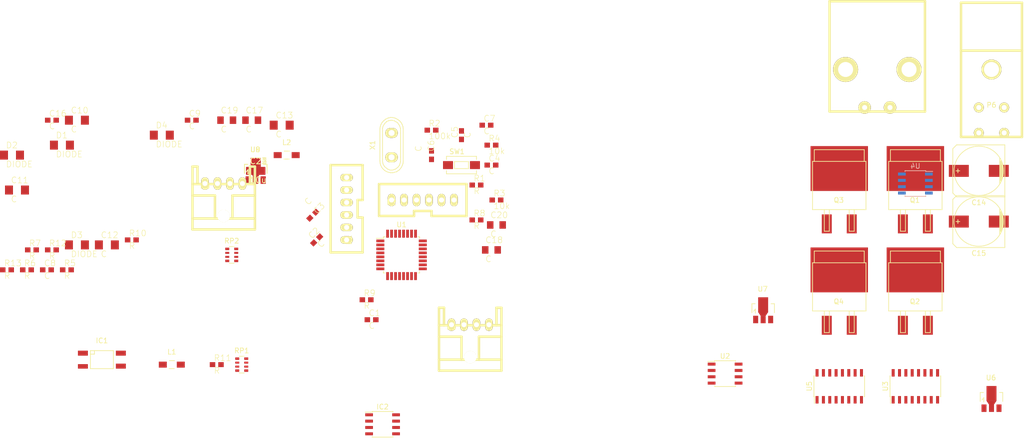
<source format=kicad_pcb>
(kicad_pcb (version 4) (host pcbnew 4.0.3-stable)

  (general
    (links 180)
    (no_connects 176)
    (area 0 0 0 0)
    (thickness 1.6)
    (drawings 0)
    (tracks 0)
    (zones 0)
    (modules 68)
    (nets 58)
  )

  (page A4)
  (layers
    (0 F.Cu signal)
    (31 B.Cu signal)
    (32 B.Adhes user)
    (33 F.Adhes user)
    (34 B.Paste user)
    (35 F.Paste user)
    (36 B.SilkS user)
    (37 F.SilkS user)
    (38 B.Mask user)
    (39 F.Mask user)
    (40 Dwgs.User user)
    (41 Cmts.User user)
    (42 Eco1.User user)
    (43 Eco2.User user)
    (44 Edge.Cuts user)
    (45 Margin user)
    (46 B.CrtYd user)
    (47 F.CrtYd user)
    (48 B.Fab user)
    (49 F.Fab user)
  )

  (setup
    (last_trace_width 0.25)
    (user_trace_width 0.2)
    (user_trace_width 0.5)
    (trace_clearance 0.2)
    (zone_clearance 0.508)
    (zone_45_only no)
    (trace_min 0.2)
    (segment_width 0.2)
    (edge_width 0.15)
    (via_size 0.6)
    (via_drill 0.4)
    (via_min_size 0.2)
    (via_min_drill 0.2)
    (user_via 0.3 0.2)
    (uvia_size 0.3)
    (uvia_drill 0.1)
    (uvias_allowed no)
    (uvia_min_size 0.2)
    (uvia_min_drill 0.1)
    (pcb_text_width 0.3)
    (pcb_text_size 1.5 1.5)
    (mod_edge_width 0.15)
    (mod_text_size 1 1)
    (mod_text_width 0.15)
    (pad_size 1.524 1.524)
    (pad_drill 0.762)
    (pad_to_mask_clearance 0.2)
    (aux_axis_origin 0 0)
    (visible_elements 7FFFFFFF)
    (pcbplotparams
      (layerselection 0x00030_80000001)
      (usegerberextensions false)
      (excludeedgelayer true)
      (linewidth 0.100000)
      (plotframeref false)
      (viasonmask false)
      (mode 1)
      (useauxorigin false)
      (hpglpennumber 1)
      (hpglpenspeed 20)
      (hpglpendiameter 15)
      (hpglpenoverlay 2)
      (psnegative false)
      (psa4output false)
      (plotreference true)
      (plotvalue true)
      (plotinvisibletext false)
      (padsonsilk false)
      (subtractmaskfromsilk false)
      (outputformat 1)
      (mirror false)
      (drillshape 1)
      (scaleselection 1)
      (outputdirectory ""))
  )

  (net 0 "")
  (net 1 +3.3V)
  (net 2 GND)
  (net 3 "Net-(C4-Pad2)")
  (net 4 "Net-(C5-Pad1)")
  (net 5 "Net-(C6-Pad1)")
  (net 6 "Net-(P1-Pad4)")
  (net 7 "Net-(P1-Pad3)")
  (net 8 "Net-(C9-Pad1)")
  (net 9 "Net-(C10-Pad1)")
  (net 10 /OUT_A_CS)
  (net 11 "Net-(C11-Pad1)")
  (net 12 GNDPWR)
  (net 13 "Net-(C12-Pad1)")
  (net 14 /OUT_B)
  (net 15 "Net-(C13-Pad1)")
  (net 16 +BATT)
  (net 17 /5V)
  (net 18 "Net-(C17-Pad1)")
  (net 19 "Net-(C18-Pad1)")
  (net 20 /GP_PS)
  (net 21 /GD_PS)
  (net 22 "Net-(IC1-Pad1)")
  (net 23 /USART2_RX)
  (net 24 "Net-(IC2-Pad1)")
  (net 25 "Net-(IC2-Pad2)")
  (net 26 "Net-(IC2-Pad3)")
  (net 27 "Net-(IC2-Pad5)")
  (net 28 "Net-(IC2-Pad6)")
  (net 29 "Net-(IC2-Pad7)")
  (net 30 /SPI1_NSS)
  (net 31 /SPI1_SCK)
  (net 32 /SPI1_MISO)
  (net 33 /SPI1_MOSI)
  (net 34 +12V)
  (net 35 +5V)
  (net 36 /ENC_A)
  (net 37 "Net-(P4-Pad3)")
  (net 38 "Net-(P4-Pad4)")
  (net 39 /OUT_A)
  (net 40 "Net-(Q1-PadG)")
  (net 41 "Net-(Q2-PadG)")
  (net 42 "Net-(Q3-PadG)")
  (net 43 "Net-(Q4-PadG)")
  (net 44 "Net-(R2-Pad2)")
  (net 45 "Net-(R5-Pad1)")
  (net 46 "Net-(R6-Pad1)")
  (net 47 "Net-(R8-Pad2)")
  (net 48 "Net-(R9-Pad2)")
  (net 49 "Net-(R10-Pad2)")
  (net 50 "Net-(R11-Pad2)")
  (net 51 /PWM_A)
  (net 52 /PWM_B)
  (net 53 /~EN)
  (net 54 /CAN_RX)
  (net 55 /CAN_TX)
  (net 56 /USART1_RX)
  (net 57 /USART1_TX)

  (net_class Default "これは標準のネット クラスです。"
    (clearance 0.2)
    (trace_width 0.25)
    (via_dia 0.6)
    (via_drill 0.4)
    (uvia_dia 0.3)
    (uvia_drill 0.1)
    (add_net +12V)
    (add_net +3.3V)
    (add_net +5V)
    (add_net +BATT)
    (add_net /5V)
    (add_net /CAN_RX)
    (add_net /CAN_TX)
    (add_net /ENC_A)
    (add_net /GD_PS)
    (add_net /GP_PS)
    (add_net /OUT_A)
    (add_net /OUT_A_CS)
    (add_net /OUT_B)
    (add_net /PWM_A)
    (add_net /PWM_B)
    (add_net /SPI1_MISO)
    (add_net /SPI1_MOSI)
    (add_net /SPI1_NSS)
    (add_net /SPI1_SCK)
    (add_net /USART1_RX)
    (add_net /USART1_TX)
    (add_net /USART2_RX)
    (add_net /~EN)
    (add_net GND)
    (add_net GNDPWR)
    (add_net "Net-(C10-Pad1)")
    (add_net "Net-(C11-Pad1)")
    (add_net "Net-(C12-Pad1)")
    (add_net "Net-(C13-Pad1)")
    (add_net "Net-(C17-Pad1)")
    (add_net "Net-(C18-Pad1)")
    (add_net "Net-(C4-Pad2)")
    (add_net "Net-(C5-Pad1)")
    (add_net "Net-(C6-Pad1)")
    (add_net "Net-(C9-Pad1)")
    (add_net "Net-(IC1-Pad1)")
    (add_net "Net-(IC2-Pad1)")
    (add_net "Net-(IC2-Pad2)")
    (add_net "Net-(IC2-Pad3)")
    (add_net "Net-(IC2-Pad5)")
    (add_net "Net-(IC2-Pad6)")
    (add_net "Net-(IC2-Pad7)")
    (add_net "Net-(P1-Pad3)")
    (add_net "Net-(P1-Pad4)")
    (add_net "Net-(P4-Pad3)")
    (add_net "Net-(P4-Pad4)")
    (add_net "Net-(Q1-PadG)")
    (add_net "Net-(Q2-PadG)")
    (add_net "Net-(Q3-PadG)")
    (add_net "Net-(Q4-PadG)")
    (add_net "Net-(R10-Pad2)")
    (add_net "Net-(R11-Pad2)")
    (add_net "Net-(R2-Pad2)")
    (add_net "Net-(R5-Pad1)")
    (add_net "Net-(R6-Pad1)")
    (add_net "Net-(R8-Pad2)")
    (add_net "Net-(R9-Pad2)")
  )

  (module Housings_QFP:TQFP-32_7x7mm_Pitch0.8mm placed (layer F.Cu) (tedit 54130A77) (tstamp 57AB23A7)
    (at 29.2 16.84)
    (descr "32-Lead Plastic Thin Quad Flatpack (PT) - 7x7x1.0 mm Body, 2.00 mm [TQFP] (see Microchip Packaging Specification 00000049BS.pdf)")
    (tags "QFP 0.8")
    (path /57AB21B2)
    (attr smd)
    (fp_text reference U1 (at 0 -6.05) (layer F.SilkS)
      (effects (font (size 1 1) (thickness 0.15)))
    )
    (fp_text value STM32F303K8 (at 0 6.05) (layer F.Fab)
      (effects (font (size 1 1) (thickness 0.15)))
    )
    (fp_line (start -5.3 -5.3) (end -5.3 5.3) (layer F.CrtYd) (width 0.05))
    (fp_line (start 5.3 -5.3) (end 5.3 5.3) (layer F.CrtYd) (width 0.05))
    (fp_line (start -5.3 -5.3) (end 5.3 -5.3) (layer F.CrtYd) (width 0.05))
    (fp_line (start -5.3 5.3) (end 5.3 5.3) (layer F.CrtYd) (width 0.05))
    (fp_line (start -3.625 -3.625) (end -3.625 -3.3) (layer F.SilkS) (width 0.15))
    (fp_line (start 3.625 -3.625) (end 3.625 -3.3) (layer F.SilkS) (width 0.15))
    (fp_line (start 3.625 3.625) (end 3.625 3.3) (layer F.SilkS) (width 0.15))
    (fp_line (start -3.625 3.625) (end -3.625 3.3) (layer F.SilkS) (width 0.15))
    (fp_line (start -3.625 -3.625) (end -3.3 -3.625) (layer F.SilkS) (width 0.15))
    (fp_line (start -3.625 3.625) (end -3.3 3.625) (layer F.SilkS) (width 0.15))
    (fp_line (start 3.625 3.625) (end 3.3 3.625) (layer F.SilkS) (width 0.15))
    (fp_line (start 3.625 -3.625) (end 3.3 -3.625) (layer F.SilkS) (width 0.15))
    (fp_line (start -3.625 -3.3) (end -5.05 -3.3) (layer F.SilkS) (width 0.15))
    (pad 1 smd rect (at -4.25 -2.8) (size 1.6 0.55) (layers F.Cu F.Paste F.Mask)
      (net 1 +3.3V))
    (pad 2 smd rect (at -4.25 -2) (size 1.6 0.55) (layers F.Cu F.Paste F.Mask)
      (net 5 "Net-(C6-Pad1)"))
    (pad 3 smd rect (at -4.25 -1.2) (size 1.6 0.55) (layers F.Cu F.Paste F.Mask)
      (net 4 "Net-(C5-Pad1)"))
    (pad 4 smd rect (at -4.25 -0.4) (size 1.6 0.55) (layers F.Cu F.Paste F.Mask)
      (net 3 "Net-(C4-Pad2)"))
    (pad 5 smd rect (at -4.25 0.4) (size 1.6 0.55) (layers F.Cu F.Paste F.Mask)
      (net 1 +3.3V))
    (pad 6 smd rect (at -4.25 1.2) (size 1.6 0.55) (layers F.Cu F.Paste F.Mask)
      (net 51 /PWM_A))
    (pad 7 smd rect (at -4.25 2) (size 1.6 0.55) (layers F.Cu F.Paste F.Mask)
      (net 52 /PWM_B))
    (pad 8 smd rect (at -4.25 2.8) (size 1.6 0.55) (layers F.Cu F.Paste F.Mask))
    (pad 9 smd rect (at -2.8 4.25 90) (size 1.6 0.55) (layers F.Cu F.Paste F.Mask)
      (net 23 /USART2_RX))
    (pad 10 smd rect (at -2 4.25 90) (size 1.6 0.55) (layers F.Cu F.Paste F.Mask)
      (net 53 /~EN))
    (pad 11 smd rect (at -1.2 4.25 90) (size 1.6 0.55) (layers F.Cu F.Paste F.Mask))
    (pad 12 smd rect (at -0.4 4.25 90) (size 1.6 0.55) (layers F.Cu F.Paste F.Mask)
      (net 36 /ENC_A))
    (pad 13 smd rect (at 0.4 4.25 90) (size 1.6 0.55) (layers F.Cu F.Paste F.Mask))
    (pad 14 smd rect (at 1.2 4.25 90) (size 1.6 0.55) (layers F.Cu F.Paste F.Mask))
    (pad 15 smd rect (at 2 4.25 90) (size 1.6 0.55) (layers F.Cu F.Paste F.Mask))
    (pad 16 smd rect (at 2.8 4.25 90) (size 1.6 0.55) (layers F.Cu F.Paste F.Mask)
      (net 2 GND))
    (pad 17 smd rect (at 4.25 2.8) (size 1.6 0.55) (layers F.Cu F.Paste F.Mask)
      (net 1 +3.3V))
    (pad 18 smd rect (at 4.25 2) (size 1.6 0.55) (layers F.Cu F.Paste F.Mask))
    (pad 19 smd rect (at 4.25 1.2) (size 1.6 0.55) (layers F.Cu F.Paste F.Mask))
    (pad 20 smd rect (at 4.25 0.4) (size 1.6 0.55) (layers F.Cu F.Paste F.Mask))
    (pad 21 smd rect (at 4.25 -0.4) (size 1.6 0.55) (layers F.Cu F.Paste F.Mask)
      (net 54 /CAN_RX))
    (pad 22 smd rect (at 4.25 -1.2) (size 1.6 0.55) (layers F.Cu F.Paste F.Mask)
      (net 55 /CAN_TX))
    (pad 23 smd rect (at 4.25 -2) (size 1.6 0.55) (layers F.Cu F.Paste F.Mask)
      (net 6 "Net-(P1-Pad4)"))
    (pad 24 smd rect (at 4.25 -2.8) (size 1.6 0.55) (layers F.Cu F.Paste F.Mask)
      (net 7 "Net-(P1-Pad3)"))
    (pad 25 smd rect (at 2.8 -4.25 90) (size 1.6 0.55) (layers F.Cu F.Paste F.Mask)
      (net 30 /SPI1_NSS))
    (pad 26 smd rect (at 2 -4.25 90) (size 1.6 0.55) (layers F.Cu F.Paste F.Mask)
      (net 31 /SPI1_SCK))
    (pad 27 smd rect (at 1.2 -4.25 90) (size 1.6 0.55) (layers F.Cu F.Paste F.Mask)
      (net 32 /SPI1_MISO))
    (pad 28 smd rect (at 0.4 -4.25 90) (size 1.6 0.55) (layers F.Cu F.Paste F.Mask)
      (net 33 /SPI1_MOSI))
    (pad 29 smd rect (at -0.4 -4.25 90) (size 1.6 0.55) (layers F.Cu F.Paste F.Mask)
      (net 57 /USART1_TX))
    (pad 30 smd rect (at -1.2 -4.25 90) (size 1.6 0.55) (layers F.Cu F.Paste F.Mask)
      (net 56 /USART1_RX))
    (pad 31 smd rect (at -2 -4.25 90) (size 1.6 0.55) (layers F.Cu F.Paste F.Mask)
      (net 2 GND))
    (pad 32 smd rect (at -2.8 -4.25 90) (size 1.6 0.55) (layers F.Cu F.Paste F.Mask)
      (net 2 GND))
    (model Housings_QFP.3dshapes/TQFP-32_7x7mm_Pitch0.8mm.wrl
      (at (xyz 0 0 0))
      (scale (xyz 1 1 1))
      (rotate (xyz 0 0 0))
    )
  )

  (module RP_KiCAD_Libs:C1608 placed (layer F.Cu) (tedit 0) (tstamp 57AB2351)
    (at 23.2 29.84)
    (descr <b>CAPACITOR</b>)
    (path /57AB3015)
    (fp_text reference C1 (at -0.635 -0.635) (layer F.SilkS)
      (effects (font (size 1.2065 1.2065) (thickness 0.1016)) (justify left bottom))
    )
    (fp_text value C (at -0.635 1.905) (layer F.SilkS)
      (effects (font (size 1.2065 1.2065) (thickness 0.1016)) (justify left bottom))
    )
    (fp_line (start -0.356 -0.432) (end 0.356 -0.432) (layer Dwgs.User) (width 0.1016))
    (fp_line (start -0.356 0.419) (end 0.356 0.419) (layer Dwgs.User) (width 0.1016))
    (fp_poly (pts (xy -0.8382 0.4699) (xy -0.3381 0.4699) (xy -0.3381 -0.4801) (xy -0.8382 -0.4801)) (layer Dwgs.User) (width 0))
    (fp_poly (pts (xy 0.3302 0.4699) (xy 0.8303 0.4699) (xy 0.8303 -0.4801) (xy 0.3302 -0.4801)) (layer Dwgs.User) (width 0))
    (fp_poly (pts (xy -0.1999 0.3) (xy 0.1999 0.3) (xy 0.1999 -0.3) (xy -0.1999 -0.3)) (layer F.Adhes) (width 0))
    (pad 1 smd rect (at -0.85 0) (size 1.1 1) (layers F.Cu F.Paste F.Mask)
      (net 1 +3.3V))
    (pad 2 smd rect (at 0.85 0) (size 1.1 1) (layers F.Cu F.Paste F.Mask)
      (net 2 GND))
    (model Resistors_SMD.3dshapes/R_0603.wrl
      (at (xyz 0 0 0))
      (scale (xyz 1 1 1))
      (rotate (xyz 0 0 0))
    )
  )

  (module RP_KiCAD_Libs:C1608 placed (layer F.Cu) (tedit 0) (tstamp 57AB2357)
    (at 12.2 13.84 45)
    (descr <b>CAPACITOR</b>)
    (path /57AB2E59)
    (fp_text reference C2 (at -0.635 -0.635 45) (layer F.SilkS)
      (effects (font (size 1.2065 1.2065) (thickness 0.1016)) (justify left bottom))
    )
    (fp_text value C (at -0.635 1.905 45) (layer F.SilkS)
      (effects (font (size 1.2065 1.2065) (thickness 0.1016)) (justify left bottom))
    )
    (fp_line (start -0.356 -0.432) (end 0.356 -0.432) (layer Dwgs.User) (width 0.1016))
    (fp_line (start -0.356 0.419) (end 0.356 0.419) (layer Dwgs.User) (width 0.1016))
    (fp_poly (pts (xy -0.8382 0.4699) (xy -0.3381 0.4699) (xy -0.3381 -0.4801) (xy -0.8382 -0.4801)) (layer Dwgs.User) (width 0))
    (fp_poly (pts (xy 0.3302 0.4699) (xy 0.8303 0.4699) (xy 0.8303 -0.4801) (xy 0.3302 -0.4801)) (layer Dwgs.User) (width 0))
    (fp_poly (pts (xy -0.1999 0.3) (xy 0.1999 0.3) (xy 0.1999 -0.3) (xy -0.1999 -0.3)) (layer F.Adhes) (width 0))
    (pad 1 smd rect (at -0.85 0 45) (size 1.1 1) (layers F.Cu F.Paste F.Mask)
      (net 1 +3.3V))
    (pad 2 smd rect (at 0.85 0 45) (size 1.1 1) (layers F.Cu F.Paste F.Mask)
      (net 2 GND))
    (model Resistors_SMD.3dshapes/R_0603.wrl
      (at (xyz 0 0 0))
      (scale (xyz 1 1 1))
      (rotate (xyz 0 0 0))
    )
  )

  (module RP_KiCAD_Libs:C1608 placed (layer F.Cu) (tedit 0) (tstamp 57AB235D)
    (at 11.43 8.89 225)
    (descr <b>CAPACITOR</b>)
    (path /57AB2FA9)
    (fp_text reference C3 (at -0.635 -0.635 225) (layer F.SilkS)
      (effects (font (size 1.2065 1.2065) (thickness 0.1016)) (justify left bottom))
    )
    (fp_text value C (at -0.635 1.905 225) (layer F.SilkS)
      (effects (font (size 1.2065 1.2065) (thickness 0.1016)) (justify left bottom))
    )
    (fp_line (start -0.356 -0.432) (end 0.356 -0.432) (layer Dwgs.User) (width 0.1016))
    (fp_line (start -0.356 0.419) (end 0.356 0.419) (layer Dwgs.User) (width 0.1016))
    (fp_poly (pts (xy -0.8382 0.4699) (xy -0.3381 0.4699) (xy -0.3381 -0.4801) (xy -0.8382 -0.4801)) (layer Dwgs.User) (width 0))
    (fp_poly (pts (xy 0.3302 0.4699) (xy 0.8303 0.4699) (xy 0.8303 -0.4801) (xy 0.3302 -0.4801)) (layer Dwgs.User) (width 0))
    (fp_poly (pts (xy -0.1999 0.3) (xy 0.1999 0.3) (xy 0.1999 -0.3) (xy -0.1999 -0.3)) (layer F.Adhes) (width 0))
    (pad 1 smd rect (at -0.85 0 225) (size 1.1 1) (layers F.Cu F.Paste F.Mask)
      (net 1 +3.3V))
    (pad 2 smd rect (at 0.85 0 225) (size 1.1 1) (layers F.Cu F.Paste F.Mask)
      (net 2 GND))
    (model Resistors_SMD.3dshapes/R_0603.wrl
      (at (xyz 0 0 0))
      (scale (xyz 1 1 1))
      (rotate (xyz 0 0 0))
    )
  )

  (module RP_KiCAD_Libs:C1608 placed (layer F.Cu) (tedit 0) (tstamp 57AB2363)
    (at 47.2 -1.16)
    (descr <b>CAPACITOR</b>)
    (path /57AB273C)
    (fp_text reference C4 (at -0.635 -0.635) (layer F.SilkS)
      (effects (font (size 1.2065 1.2065) (thickness 0.1016)) (justify left bottom))
    )
    (fp_text value C (at -0.635 1.905) (layer F.SilkS)
      (effects (font (size 1.2065 1.2065) (thickness 0.1016)) (justify left bottom))
    )
    (fp_line (start -0.356 -0.432) (end 0.356 -0.432) (layer Dwgs.User) (width 0.1016))
    (fp_line (start -0.356 0.419) (end 0.356 0.419) (layer Dwgs.User) (width 0.1016))
    (fp_poly (pts (xy -0.8382 0.4699) (xy -0.3381 0.4699) (xy -0.3381 -0.4801) (xy -0.8382 -0.4801)) (layer Dwgs.User) (width 0))
    (fp_poly (pts (xy 0.3302 0.4699) (xy 0.8303 0.4699) (xy 0.8303 -0.4801) (xy 0.3302 -0.4801)) (layer Dwgs.User) (width 0))
    (fp_poly (pts (xy -0.1999 0.3) (xy 0.1999 0.3) (xy 0.1999 -0.3) (xy -0.1999 -0.3)) (layer F.Adhes) (width 0))
    (pad 1 smd rect (at -0.85 0) (size 1.1 1) (layers F.Cu F.Paste F.Mask)
      (net 2 GND))
    (pad 2 smd rect (at 0.85 0) (size 1.1 1) (layers F.Cu F.Paste F.Mask)
      (net 3 "Net-(C4-Pad2)"))
    (model Resistors_SMD.3dshapes/R_0603.wrl
      (at (xyz 0 0 0))
      (scale (xyz 1 1 1))
      (rotate (xyz 0 0 0))
    )
  )

  (module RP_KiCAD_Libs:C1608 placed (layer F.Cu) (tedit 0) (tstamp 57AB2369)
    (at 41.2 -7.16 90)
    (descr <b>CAPACITOR</b>)
    (path /57AB228E)
    (fp_text reference C5 (at -0.635 -0.635 90) (layer F.SilkS)
      (effects (font (size 1.2065 1.2065) (thickness 0.1016)) (justify left bottom))
    )
    (fp_text value C (at -0.635 1.905 90) (layer F.SilkS)
      (effects (font (size 1.2065 1.2065) (thickness 0.1016)) (justify left bottom))
    )
    (fp_line (start -0.356 -0.432) (end 0.356 -0.432) (layer Dwgs.User) (width 0.1016))
    (fp_line (start -0.356 0.419) (end 0.356 0.419) (layer Dwgs.User) (width 0.1016))
    (fp_poly (pts (xy -0.8382 0.4699) (xy -0.3381 0.4699) (xy -0.3381 -0.4801) (xy -0.8382 -0.4801)) (layer Dwgs.User) (width 0))
    (fp_poly (pts (xy 0.3302 0.4699) (xy 0.8303 0.4699) (xy 0.8303 -0.4801) (xy 0.3302 -0.4801)) (layer Dwgs.User) (width 0))
    (fp_poly (pts (xy -0.1999 0.3) (xy 0.1999 0.3) (xy 0.1999 -0.3) (xy -0.1999 -0.3)) (layer F.Adhes) (width 0))
    (pad 1 smd rect (at -0.85 0 90) (size 1.1 1) (layers F.Cu F.Paste F.Mask)
      (net 4 "Net-(C5-Pad1)"))
    (pad 2 smd rect (at 0.85 0 90) (size 1.1 1) (layers F.Cu F.Paste F.Mask)
      (net 2 GND))
    (model Resistors_SMD.3dshapes/R_0603.wrl
      (at (xyz 0 0 0))
      (scale (xyz 1 1 1))
      (rotate (xyz 0 0 0))
    )
  )

  (module RP_KiCAD_Libs:C1608 placed (layer F.Cu) (tedit 0) (tstamp 57AB236F)
    (at 35.2 -3.16 270)
    (descr <b>CAPACITOR</b>)
    (path /57AB22D5)
    (fp_text reference C6 (at -0.635 -0.635 270) (layer F.SilkS)
      (effects (font (size 1.2065 1.2065) (thickness 0.1016)) (justify left bottom))
    )
    (fp_text value C (at -0.635 1.905 270) (layer F.SilkS)
      (effects (font (size 1.2065 1.2065) (thickness 0.1016)) (justify left bottom))
    )
    (fp_line (start -0.356 -0.432) (end 0.356 -0.432) (layer Dwgs.User) (width 0.1016))
    (fp_line (start -0.356 0.419) (end 0.356 0.419) (layer Dwgs.User) (width 0.1016))
    (fp_poly (pts (xy -0.8382 0.4699) (xy -0.3381 0.4699) (xy -0.3381 -0.4801) (xy -0.8382 -0.4801)) (layer Dwgs.User) (width 0))
    (fp_poly (pts (xy 0.3302 0.4699) (xy 0.8303 0.4699) (xy 0.8303 -0.4801) (xy 0.3302 -0.4801)) (layer Dwgs.User) (width 0))
    (fp_poly (pts (xy -0.1999 0.3) (xy 0.1999 0.3) (xy 0.1999 -0.3) (xy -0.1999 -0.3)) (layer F.Adhes) (width 0))
    (pad 1 smd rect (at -0.85 0 270) (size 1.1 1) (layers F.Cu F.Paste F.Mask)
      (net 5 "Net-(C6-Pad1)"))
    (pad 2 smd rect (at 0.85 0 270) (size 1.1 1) (layers F.Cu F.Paste F.Mask)
      (net 2 GND))
    (model Resistors_SMD.3dshapes/R_0603.wrl
      (at (xyz 0 0 0))
      (scale (xyz 1 1 1))
      (rotate (xyz 0 0 0))
    )
  )

  (module RP_KiCAD_Libs:C1608 placed (layer F.Cu) (tedit 0) (tstamp 57AB237D)
    (at 44.2 2.84)
    (descr <b>CAPACITOR</b>)
    (path /57AB2562)
    (fp_text reference R1 (at -0.635 -0.635) (layer F.SilkS)
      (effects (font (size 1.2065 1.2065) (thickness 0.1016)) (justify left bottom))
    )
    (fp_text value R (at -0.635 1.905) (layer F.SilkS)
      (effects (font (size 1.2065 1.2065) (thickness 0.1016)) (justify left bottom))
    )
    (fp_line (start -0.356 -0.432) (end 0.356 -0.432) (layer Dwgs.User) (width 0.1016))
    (fp_line (start -0.356 0.419) (end 0.356 0.419) (layer Dwgs.User) (width 0.1016))
    (fp_poly (pts (xy -0.8382 0.4699) (xy -0.3381 0.4699) (xy -0.3381 -0.4801) (xy -0.8382 -0.4801)) (layer Dwgs.User) (width 0))
    (fp_poly (pts (xy 0.3302 0.4699) (xy 0.8303 0.4699) (xy 0.8303 -0.4801) (xy 0.3302 -0.4801)) (layer Dwgs.User) (width 0))
    (fp_poly (pts (xy -0.1999 0.3) (xy 0.1999 0.3) (xy 0.1999 -0.3) (xy -0.1999 -0.3)) (layer F.Adhes) (width 0))
    (pad 1 smd rect (at -0.85 0) (size 1.1 1) (layers F.Cu F.Paste F.Mask)
      (net 3 "Net-(C4-Pad2)"))
    (pad 2 smd rect (at 0.85 0) (size 1.1 1) (layers F.Cu F.Paste F.Mask)
      (net 1 +3.3V))
    (model Resistors_SMD.3dshapes/R_0603.wrl
      (at (xyz 0 0 0))
      (scale (xyz 1 1 1))
      (rotate (xyz 0 0 0))
    )
  )

  (module Buttons_Switches_SMD:SW_SPST_EVQPE1 placed (layer F.Cu) (tedit 55DB43C0) (tstamp 57AB2383)
    (at 41.2 -1.16)
    (descr "Light Touch Switch")
    (path /57AB2681)
    (attr smd)
    (fp_text reference SW1 (at -0.9 -2.7) (layer F.SilkS)
      (effects (font (size 1 1) (thickness 0.15)))
    )
    (fp_text value SW_PUSH (at 0 0) (layer F.Fab)
      (effects (font (size 1 1) (thickness 0.15)))
    )
    (fp_line (start -1.4 -0.7) (end 1.4 -0.7) (layer F.SilkS) (width 0.15))
    (fp_line (start 1.4 -0.7) (end 1.4 0.7) (layer F.SilkS) (width 0.15))
    (fp_line (start 1.4 0.7) (end -1.4 0.7) (layer F.SilkS) (width 0.15))
    (fp_line (start -1.4 0.7) (end -1.4 -0.7) (layer F.SilkS) (width 0.15))
    (fp_line (start -3.95 -2) (end 3.95 -2) (layer F.CrtYd) (width 0.05))
    (fp_line (start 3.95 -2) (end 3.95 2) (layer F.CrtYd) (width 0.05))
    (fp_line (start 3.95 2) (end -3.95 2) (layer F.CrtYd) (width 0.05))
    (fp_line (start -3.95 2) (end -3.95 -2) (layer F.CrtYd) (width 0.05))
    (fp_line (start 3 -1.75) (end 3 -1.1) (layer F.SilkS) (width 0.15))
    (fp_line (start 3 1.75) (end 3 1.1) (layer F.SilkS) (width 0.15))
    (fp_line (start -3 1.1) (end -3 1.75) (layer F.SilkS) (width 0.15))
    (fp_line (start -3 -1.75) (end -3 -1.1) (layer F.SilkS) (width 0.15))
    (fp_line (start 3 -1.75) (end -3 -1.75) (layer F.SilkS) (width 0.15))
    (fp_line (start -3 1.75) (end 3 1.75) (layer F.SilkS) (width 0.15))
    (pad 2 smd rect (at 2.7 0) (size 2 1.6) (layers F.Cu F.Paste F.Mask)
      (net 3 "Net-(C4-Pad2)"))
    (pad 1 smd rect (at -2.7 0) (size 2 1.6) (layers F.Cu F.Paste F.Mask)
      (net 2 GND))
  )

  (module Crystals:Crystal_HC50-U_Vertical placed (layer F.Cu) (tedit 0) (tstamp 57AB23AD)
    (at 27.2 -5.16 90)
    (descr "Crystal, Quarz, HC50/U, vertical, stehend,")
    (tags "Crystal, Quarz, HC50/U, vertical, stehend,")
    (path /57AB2209)
    (fp_text reference X1 (at 0 -3.81 90) (layer F.SilkS)
      (effects (font (size 1 1) (thickness 0.15)))
    )
    (fp_text value CRYSTAL (at 0 3.81 90) (layer F.Fab)
      (effects (font (size 1 1) (thickness 0.15)))
    )
    (fp_line (start 4.699 -1.00076) (end 4.89966 -0.59944) (layer F.SilkS) (width 0.15))
    (fp_line (start 4.89966 -0.59944) (end 5.00126 0) (layer F.SilkS) (width 0.15))
    (fp_line (start 5.00126 0) (end 4.89966 0.50038) (layer F.SilkS) (width 0.15))
    (fp_line (start 4.89966 0.50038) (end 4.50088 1.19888) (layer F.SilkS) (width 0.15))
    (fp_line (start 4.50088 1.19888) (end 3.8989 1.6002) (layer F.SilkS) (width 0.15))
    (fp_line (start 3.8989 1.6002) (end 3.29946 1.80086) (layer F.SilkS) (width 0.15))
    (fp_line (start 3.29946 1.80086) (end -3.29946 1.80086) (layer F.SilkS) (width 0.15))
    (fp_line (start -3.29946 1.80086) (end -4.0005 1.6002) (layer F.SilkS) (width 0.15))
    (fp_line (start -4.0005 1.6002) (end -4.39928 1.30048) (layer F.SilkS) (width 0.15))
    (fp_line (start -4.39928 1.30048) (end -4.8006 0.8001) (layer F.SilkS) (width 0.15))
    (fp_line (start -4.8006 0.8001) (end -5.00126 0.20066) (layer F.SilkS) (width 0.15))
    (fp_line (start -5.00126 0.20066) (end -5.00126 -0.29972) (layer F.SilkS) (width 0.15))
    (fp_line (start -5.00126 -0.29972) (end -4.8006 -0.8001) (layer F.SilkS) (width 0.15))
    (fp_line (start -4.8006 -0.8001) (end -4.30022 -1.39954) (layer F.SilkS) (width 0.15))
    (fp_line (start -4.30022 -1.39954) (end -3.79984 -1.69926) (layer F.SilkS) (width 0.15))
    (fp_line (start -3.79984 -1.69926) (end -3.29946 -1.80086) (layer F.SilkS) (width 0.15))
    (fp_line (start -3.2004 -1.80086) (end 3.40106 -1.80086) (layer F.SilkS) (width 0.15))
    (fp_line (start 3.40106 -1.80086) (end 3.79984 -1.69926) (layer F.SilkS) (width 0.15))
    (fp_line (start 3.79984 -1.69926) (end 4.30022 -1.39954) (layer F.SilkS) (width 0.15))
    (fp_line (start 4.30022 -1.39954) (end 4.8006 -0.89916) (layer F.SilkS) (width 0.15))
    (fp_line (start -3.19024 -2.32918) (end -3.64998 -2.28092) (layer F.SilkS) (width 0.15))
    (fp_line (start -3.64998 -2.28092) (end -4.04876 -2.16916) (layer F.SilkS) (width 0.15))
    (fp_line (start -4.04876 -2.16916) (end -4.48056 -1.95072) (layer F.SilkS) (width 0.15))
    (fp_line (start -4.48056 -1.95072) (end -4.77012 -1.71958) (layer F.SilkS) (width 0.15))
    (fp_line (start -4.77012 -1.71958) (end -5.10032 -1.36906) (layer F.SilkS) (width 0.15))
    (fp_line (start -5.10032 -1.36906) (end -5.38988 -0.83058) (layer F.SilkS) (width 0.15))
    (fp_line (start -5.38988 -0.83058) (end -5.51942 -0.23114) (layer F.SilkS) (width 0.15))
    (fp_line (start -5.51942 -0.23114) (end -5.51942 0.2794) (layer F.SilkS) (width 0.15))
    (fp_line (start -5.51942 0.2794) (end -5.34924 0.98044) (layer F.SilkS) (width 0.15))
    (fp_line (start -5.34924 0.98044) (end -4.95046 1.56972) (layer F.SilkS) (width 0.15))
    (fp_line (start -4.95046 1.56972) (end -4.49072 1.94056) (layer F.SilkS) (width 0.15))
    (fp_line (start -4.49072 1.94056) (end -4.06908 2.14884) (layer F.SilkS) (width 0.15))
    (fp_line (start -4.06908 2.14884) (end -3.6195 2.30886) (layer F.SilkS) (width 0.15))
    (fp_line (start -3.6195 2.30886) (end -3.18008 2.33934) (layer F.SilkS) (width 0.15))
    (fp_line (start 4.16052 2.1209) (end 4.53898 1.89992) (layer F.SilkS) (width 0.15))
    (fp_line (start 4.53898 1.89992) (end 4.85902 1.62052) (layer F.SilkS) (width 0.15))
    (fp_line (start 4.85902 1.62052) (end 5.11048 1.29032) (layer F.SilkS) (width 0.15))
    (fp_line (start 5.11048 1.29032) (end 5.4102 0.73914) (layer F.SilkS) (width 0.15))
    (fp_line (start 5.4102 0.73914) (end 5.51942 0.26924) (layer F.SilkS) (width 0.15))
    (fp_line (start 5.51942 0.26924) (end 5.53974 -0.1905) (layer F.SilkS) (width 0.15))
    (fp_line (start 5.53974 -0.1905) (end 5.45084 -0.65024) (layer F.SilkS) (width 0.15))
    (fp_line (start 5.45084 -0.65024) (end 5.26034 -1.09982) (layer F.SilkS) (width 0.15))
    (fp_line (start 5.26034 -1.09982) (end 4.89966 -1.56972) (layer F.SilkS) (width 0.15))
    (fp_line (start 4.89966 -1.56972) (end 4.54914 -1.88976) (layer F.SilkS) (width 0.15))
    (fp_line (start 4.54914 -1.88976) (end 4.16052 -2.1209) (layer F.SilkS) (width 0.15))
    (fp_line (start 4.16052 -2.1209) (end 3.73126 -2.2606) (layer F.SilkS) (width 0.15))
    (fp_line (start 3.73126 -2.2606) (end 3.2893 -2.32918) (layer F.SilkS) (width 0.15))
    (fp_line (start -3.2004 2.32918) (end 3.2512 2.32918) (layer F.SilkS) (width 0.15))
    (fp_line (start 3.2512 2.32918) (end 3.6703 2.29108) (layer F.SilkS) (width 0.15))
    (fp_line (start 3.6703 2.29108) (end 4.16052 2.1209) (layer F.SilkS) (width 0.15))
    (fp_line (start -3.2004 -2.32918) (end 3.2512 -2.32918) (layer F.SilkS) (width 0.15))
    (pad 1 thru_hole oval (at -2.44094 0 90) (size 1.99898 2.49936) (drill 1.19888) (layers *.Cu *.Mask F.SilkS)
      (net 4 "Net-(C5-Pad1)"))
    (pad 2 thru_hole oval (at 2.44094 0 90) (size 1.99898 2.49936) (drill 1.19888) (layers *.Cu *.Mask F.SilkS)
      (net 5 "Net-(C6-Pad1)"))
  )

  (module RP_KiCAD_Libs:C1608 placed (layer F.Cu) (tedit 0) (tstamp 57AC8EE6)
    (at 46.2 -9.16)
    (descr <b>CAPACITOR</b>)
    (path /57ACF7D7)
    (fp_text reference C7 (at -0.635 -0.635) (layer F.SilkS)
      (effects (font (size 1.2065 1.2065) (thickness 0.1016)) (justify left bottom))
    )
    (fp_text value C (at -0.635 1.905) (layer F.SilkS)
      (effects (font (size 1.2065 1.2065) (thickness 0.1016)) (justify left bottom))
    )
    (fp_line (start -0.356 -0.432) (end 0.356 -0.432) (layer Dwgs.User) (width 0.1016))
    (fp_line (start -0.356 0.419) (end 0.356 0.419) (layer Dwgs.User) (width 0.1016))
    (fp_poly (pts (xy -0.8382 0.4699) (xy -0.3381 0.4699) (xy -0.3381 -0.4801) (xy -0.8382 -0.4801)) (layer Dwgs.User) (width 0))
    (fp_poly (pts (xy 0.3302 0.4699) (xy 0.8303 0.4699) (xy 0.8303 -0.4801) (xy 0.3302 -0.4801)) (layer Dwgs.User) (width 0))
    (fp_poly (pts (xy -0.1999 0.3) (xy 0.1999 0.3) (xy 0.1999 -0.3) (xy -0.1999 -0.3)) (layer F.Adhes) (width 0))
    (pad 1 smd rect (at -0.85 0) (size 1.1 1) (layers F.Cu F.Paste F.Mask)
      (net 1 +3.3V))
    (pad 2 smd rect (at 0.85 0) (size 1.1 1) (layers F.Cu F.Paste F.Mask)
      (net 2 GND))
    (model Resistors_SMD.3dshapes/R_0603.wrl
      (at (xyz 0 0 0))
      (scale (xyz 1 1 1))
      (rotate (xyz 0 0 0))
    )
  )

  (module RP_KiCAD_Libs:C1608 placed (layer F.Cu) (tedit 0) (tstamp 57AC8EF1)
    (at -41.8 19.84)
    (descr <b>CAPACITOR</b>)
    (path /57ACF87D)
    (fp_text reference C8 (at -0.635 -0.635) (layer F.SilkS)
      (effects (font (size 1.2065 1.2065) (thickness 0.1016)) (justify left bottom))
    )
    (fp_text value C (at -0.635 1.905) (layer F.SilkS)
      (effects (font (size 1.2065 1.2065) (thickness 0.1016)) (justify left bottom))
    )
    (fp_line (start -0.356 -0.432) (end 0.356 -0.432) (layer Dwgs.User) (width 0.1016))
    (fp_line (start -0.356 0.419) (end 0.356 0.419) (layer Dwgs.User) (width 0.1016))
    (fp_poly (pts (xy -0.8382 0.4699) (xy -0.3381 0.4699) (xy -0.3381 -0.4801) (xy -0.8382 -0.4801)) (layer Dwgs.User) (width 0))
    (fp_poly (pts (xy 0.3302 0.4699) (xy 0.8303 0.4699) (xy 0.8303 -0.4801) (xy 0.3302 -0.4801)) (layer Dwgs.User) (width 0))
    (fp_poly (pts (xy -0.1999 0.3) (xy 0.1999 0.3) (xy 0.1999 -0.3) (xy -0.1999 -0.3)) (layer F.Adhes) (width 0))
    (pad 1 smd rect (at -0.85 0) (size 1.1 1) (layers F.Cu F.Paste F.Mask)
      (net 1 +3.3V))
    (pad 2 smd rect (at 0.85 0) (size 1.1 1) (layers F.Cu F.Paste F.Mask)
      (net 2 GND))
    (model Resistors_SMD.3dshapes/R_0603.wrl
      (at (xyz 0 0 0))
      (scale (xyz 1 1 1))
      (rotate (xyz 0 0 0))
    )
  )

  (module RP_KiCAD_Libs:C1608 placed (layer F.Cu) (tedit 0) (tstamp 57AC8EFC)
    (at -12.8 -10.16)
    (descr <b>CAPACITOR</b>)
    (path /57ACC051)
    (fp_text reference C9 (at -0.635 -0.635) (layer F.SilkS)
      (effects (font (size 1.2065 1.2065) (thickness 0.1016)) (justify left bottom))
    )
    (fp_text value C (at -0.635 1.905) (layer F.SilkS)
      (effects (font (size 1.2065 1.2065) (thickness 0.1016)) (justify left bottom))
    )
    (fp_line (start -0.356 -0.432) (end 0.356 -0.432) (layer Dwgs.User) (width 0.1016))
    (fp_line (start -0.356 0.419) (end 0.356 0.419) (layer Dwgs.User) (width 0.1016))
    (fp_poly (pts (xy -0.8382 0.4699) (xy -0.3381 0.4699) (xy -0.3381 -0.4801) (xy -0.8382 -0.4801)) (layer Dwgs.User) (width 0))
    (fp_poly (pts (xy 0.3302 0.4699) (xy 0.8303 0.4699) (xy 0.8303 -0.4801) (xy 0.3302 -0.4801)) (layer Dwgs.User) (width 0))
    (fp_poly (pts (xy -0.1999 0.3) (xy 0.1999 0.3) (xy 0.1999 -0.3) (xy -0.1999 -0.3)) (layer F.Adhes) (width 0))
    (pad 1 smd rect (at -0.85 0) (size 1.1 1) (layers F.Cu F.Paste F.Mask)
      (net 8 "Net-(C9-Pad1)"))
    (pad 2 smd rect (at 0.85 0) (size 1.1 1) (layers F.Cu F.Paste F.Mask)
      (net 2 GND))
    (model Resistors_SMD.3dshapes/R_0603.wrl
      (at (xyz 0 0 0))
      (scale (xyz 1 1 1))
      (rotate (xyz 0 0 0))
    )
  )

  (module RP_KiCAD_Libs:C3216 placed (layer F.Cu) (tedit 0) (tstamp 57AC8F07)
    (at -35.8 -10.16)
    (descr <b>CAPACITOR</b>)
    (path /57AC859C)
    (fp_text reference C10 (at -1.27 -1.27) (layer F.SilkS)
      (effects (font (size 1.2065 1.2065) (thickness 0.1016)) (justify left bottom))
    )
    (fp_text value C (at -1.27 2.54) (layer F.SilkS)
      (effects (font (size 1.2065 1.2065) (thickness 0.1016)) (justify left bottom))
    )
    (fp_line (start -0.965 -0.787) (end 0.965 -0.787) (layer Dwgs.User) (width 0.1016))
    (fp_line (start -0.965 0.787) (end 0.965 0.787) (layer Dwgs.User) (width 0.1016))
    (fp_poly (pts (xy -1.7018 0.8509) (xy -0.9517 0.8509) (xy -0.9517 -0.8491) (xy -1.7018 -0.8491)) (layer Dwgs.User) (width 0))
    (fp_poly (pts (xy 0.9517 0.8491) (xy 1.7018 0.8491) (xy 1.7018 -0.8509) (xy 0.9517 -0.8509)) (layer Dwgs.User) (width 0))
    (fp_poly (pts (xy -0.3 0.5001) (xy 0.3 0.5001) (xy 0.3 -0.5001) (xy -0.3 -0.5001)) (layer F.Adhes) (width 0))
    (pad 1 smd rect (at -1.6 0) (size 1.6 1.8) (layers F.Cu F.Paste F.Mask)
      (net 9 "Net-(C10-Pad1)"))
    (pad 2 smd rect (at 1.6 0) (size 1.6 1.8) (layers F.Cu F.Paste F.Mask)
      (net 10 /OUT_A_CS))
    (model Resistors_SMD.3dshapes/R_1206.wrl
      (at (xyz 0 0 0))
      (scale (xyz 1 1 1))
      (rotate (xyz 0 0 0))
    )
  )

  (module RP_KiCAD_Libs:C3216 placed (layer F.Cu) (tedit 0) (tstamp 57AC8F12)
    (at -47.8 3.84)
    (descr <b>CAPACITOR</b>)
    (path /57AC8738)
    (fp_text reference C11 (at -1.27 -1.27) (layer F.SilkS)
      (effects (font (size 1.2065 1.2065) (thickness 0.1016)) (justify left bottom))
    )
    (fp_text value C (at -1.27 2.54) (layer F.SilkS)
      (effects (font (size 1.2065 1.2065) (thickness 0.1016)) (justify left bottom))
    )
    (fp_line (start -0.965 -0.787) (end 0.965 -0.787) (layer Dwgs.User) (width 0.1016))
    (fp_line (start -0.965 0.787) (end 0.965 0.787) (layer Dwgs.User) (width 0.1016))
    (fp_poly (pts (xy -1.7018 0.8509) (xy -0.9517 0.8509) (xy -0.9517 -0.8491) (xy -1.7018 -0.8491)) (layer Dwgs.User) (width 0))
    (fp_poly (pts (xy 0.9517 0.8491) (xy 1.7018 0.8491) (xy 1.7018 -0.8509) (xy 0.9517 -0.8509)) (layer Dwgs.User) (width 0))
    (fp_poly (pts (xy -0.3 0.5001) (xy 0.3 0.5001) (xy 0.3 -0.5001) (xy -0.3 -0.5001)) (layer F.Adhes) (width 0))
    (pad 1 smd rect (at -1.6 0) (size 1.6 1.8) (layers F.Cu F.Paste F.Mask)
      (net 11 "Net-(C11-Pad1)"))
    (pad 2 smd rect (at 1.6 0) (size 1.6 1.8) (layers F.Cu F.Paste F.Mask)
      (net 12 GNDPWR))
    (model Resistors_SMD.3dshapes/R_1206.wrl
      (at (xyz 0 0 0))
      (scale (xyz 1 1 1))
      (rotate (xyz 0 0 0))
    )
  )

  (module RP_KiCAD_Libs:C3216 placed (layer F.Cu) (tedit 0) (tstamp 57AC8F1D)
    (at -29.8 14.84)
    (descr <b>CAPACITOR</b>)
    (path /57ACCB9D)
    (fp_text reference C12 (at -1.27 -1.27) (layer F.SilkS)
      (effects (font (size 1.2065 1.2065) (thickness 0.1016)) (justify left bottom))
    )
    (fp_text value C (at -1.27 2.54) (layer F.SilkS)
      (effects (font (size 1.2065 1.2065) (thickness 0.1016)) (justify left bottom))
    )
    (fp_line (start -0.965 -0.787) (end 0.965 -0.787) (layer Dwgs.User) (width 0.1016))
    (fp_line (start -0.965 0.787) (end 0.965 0.787) (layer Dwgs.User) (width 0.1016))
    (fp_poly (pts (xy -1.7018 0.8509) (xy -0.9517 0.8509) (xy -0.9517 -0.8491) (xy -1.7018 -0.8491)) (layer Dwgs.User) (width 0))
    (fp_poly (pts (xy 0.9517 0.8491) (xy 1.7018 0.8491) (xy 1.7018 -0.8509) (xy 0.9517 -0.8509)) (layer Dwgs.User) (width 0))
    (fp_poly (pts (xy -0.3 0.5001) (xy 0.3 0.5001) (xy 0.3 -0.5001) (xy -0.3 -0.5001)) (layer F.Adhes) (width 0))
    (pad 1 smd rect (at -1.6 0) (size 1.6 1.8) (layers F.Cu F.Paste F.Mask)
      (net 13 "Net-(C12-Pad1)"))
    (pad 2 smd rect (at 1.6 0) (size 1.6 1.8) (layers F.Cu F.Paste F.Mask)
      (net 14 /OUT_B))
    (model Resistors_SMD.3dshapes/R_1206.wrl
      (at (xyz 0 0 0))
      (scale (xyz 1 1 1))
      (rotate (xyz 0 0 0))
    )
  )

  (module RP_KiCAD_Libs:C3216 placed (layer F.Cu) (tedit 0) (tstamp 57AC8F28)
    (at 5.2 -9.16)
    (descr <b>CAPACITOR</b>)
    (path /57ACCBA3)
    (fp_text reference C13 (at -1.27 -1.27) (layer F.SilkS)
      (effects (font (size 1.2065 1.2065) (thickness 0.1016)) (justify left bottom))
    )
    (fp_text value C (at -1.27 2.54) (layer F.SilkS)
      (effects (font (size 1.2065 1.2065) (thickness 0.1016)) (justify left bottom))
    )
    (fp_line (start -0.965 -0.787) (end 0.965 -0.787) (layer Dwgs.User) (width 0.1016))
    (fp_line (start -0.965 0.787) (end 0.965 0.787) (layer Dwgs.User) (width 0.1016))
    (fp_poly (pts (xy -1.7018 0.8509) (xy -0.9517 0.8509) (xy -0.9517 -0.8491) (xy -1.7018 -0.8491)) (layer Dwgs.User) (width 0))
    (fp_poly (pts (xy 0.9517 0.8491) (xy 1.7018 0.8491) (xy 1.7018 -0.8509) (xy 0.9517 -0.8509)) (layer Dwgs.User) (width 0))
    (fp_poly (pts (xy -0.3 0.5001) (xy 0.3 0.5001) (xy 0.3 -0.5001) (xy -0.3 -0.5001)) (layer F.Adhes) (width 0))
    (pad 1 smd rect (at -1.6 0) (size 1.6 1.8) (layers F.Cu F.Paste F.Mask)
      (net 15 "Net-(C13-Pad1)"))
    (pad 2 smd rect (at 1.6 0) (size 1.6 1.8) (layers F.Cu F.Paste F.Mask)
      (net 12 GNDPWR))
    (model Resistors_SMD.3dshapes/R_1206.wrl
      (at (xyz 0 0 0))
      (scale (xyz 1 1 1))
      (rotate (xyz 0 0 0))
    )
  )

  (module Capacitors_SMD:c_elec_10x10.5 placed (layer F.Cu) (tedit 557297E9) (tstamp 57AC8F2E)
    (at 144.78 0 180)
    (descr "SMT capacitor, aluminium electrolytic, 10x10.5")
    (path /57ADEC7C)
    (attr smd)
    (fp_text reference C14 (at 0 -6.35 180) (layer F.SilkS)
      (effects (font (size 1 1) (thickness 0.15)))
    )
    (fp_text value C (at 0 6.35 180) (layer F.Fab)
      (effects (font (size 1 1) (thickness 0.15)))
    )
    (fp_line (start -6.35 -5.6) (end 6.35 -5.6) (layer F.CrtYd) (width 0.05))
    (fp_line (start 6.35 -5.6) (end 6.35 5.6) (layer F.CrtYd) (width 0.05))
    (fp_line (start 6.35 5.6) (end -6.35 5.6) (layer F.CrtYd) (width 0.05))
    (fp_line (start -6.35 5.6) (end -6.35 -5.6) (layer F.CrtYd) (width 0.05))
    (fp_line (start -4.826 1.016) (end -4.826 -1.016) (layer F.SilkS) (width 0.15))
    (fp_line (start -4.699 -1.397) (end -4.699 1.524) (layer F.SilkS) (width 0.15))
    (fp_line (start -4.572 1.778) (end -4.572 -1.778) (layer F.SilkS) (width 0.15))
    (fp_line (start -4.445 -2.159) (end -4.445 2.159) (layer F.SilkS) (width 0.15))
    (fp_line (start -4.318 2.413) (end -4.318 -2.413) (layer F.SilkS) (width 0.15))
    (fp_line (start -4.191 -2.54) (end -4.191 2.54) (layer F.SilkS) (width 0.15))
    (fp_line (start -5.207 -5.207) (end -5.207 5.207) (layer F.SilkS) (width 0.15))
    (fp_line (start -5.207 5.207) (end 4.445 5.207) (layer F.SilkS) (width 0.15))
    (fp_line (start 4.445 5.207) (end 5.207 4.445) (layer F.SilkS) (width 0.15))
    (fp_line (start 5.207 4.445) (end 5.207 -4.445) (layer F.SilkS) (width 0.15))
    (fp_line (start 5.207 -4.445) (end 4.445 -5.207) (layer F.SilkS) (width 0.15))
    (fp_line (start 4.445 -5.207) (end -5.207 -5.207) (layer F.SilkS) (width 0.15))
    (fp_line (start 4.572 0) (end 3.81 0) (layer F.SilkS) (width 0.15))
    (fp_line (start 4.191 -0.381) (end 4.191 0.381) (layer F.SilkS) (width 0.15))
    (fp_circle (center 0 0) (end 4.953 0) (layer F.SilkS) (width 0.15))
    (pad 1 smd rect (at 4.0005 0 180) (size 4.0005 2.4003) (layers F.Cu F.Paste F.Mask)
      (net 16 +BATT))
    (pad 2 smd rect (at -4.0005 0 180) (size 4.0005 2.4003) (layers F.Cu F.Paste F.Mask)
      (net 12 GNDPWR))
    (model Capacitors_SMD.3dshapes/c_elec_10x10.5.wrl
      (at (xyz 0 0 0))
      (scale (xyz 1 1 1))
      (rotate (xyz 0 0 0))
    )
  )

  (module Capacitors_SMD:c_elec_10x10.5 placed (layer F.Cu) (tedit 557297E9) (tstamp 57AC8F34)
    (at 144.78 10.16 180)
    (descr "SMT capacitor, aluminium electrolytic, 10x10.5")
    (path /57ADEFCB)
    (attr smd)
    (fp_text reference C15 (at 0 -6.35 180) (layer F.SilkS)
      (effects (font (size 1 1) (thickness 0.15)))
    )
    (fp_text value C (at 0 6.35 180) (layer F.Fab)
      (effects (font (size 1 1) (thickness 0.15)))
    )
    (fp_line (start -6.35 -5.6) (end 6.35 -5.6) (layer F.CrtYd) (width 0.05))
    (fp_line (start 6.35 -5.6) (end 6.35 5.6) (layer F.CrtYd) (width 0.05))
    (fp_line (start 6.35 5.6) (end -6.35 5.6) (layer F.CrtYd) (width 0.05))
    (fp_line (start -6.35 5.6) (end -6.35 -5.6) (layer F.CrtYd) (width 0.05))
    (fp_line (start -4.826 1.016) (end -4.826 -1.016) (layer F.SilkS) (width 0.15))
    (fp_line (start -4.699 -1.397) (end -4.699 1.524) (layer F.SilkS) (width 0.15))
    (fp_line (start -4.572 1.778) (end -4.572 -1.778) (layer F.SilkS) (width 0.15))
    (fp_line (start -4.445 -2.159) (end -4.445 2.159) (layer F.SilkS) (width 0.15))
    (fp_line (start -4.318 2.413) (end -4.318 -2.413) (layer F.SilkS) (width 0.15))
    (fp_line (start -4.191 -2.54) (end -4.191 2.54) (layer F.SilkS) (width 0.15))
    (fp_line (start -5.207 -5.207) (end -5.207 5.207) (layer F.SilkS) (width 0.15))
    (fp_line (start -5.207 5.207) (end 4.445 5.207) (layer F.SilkS) (width 0.15))
    (fp_line (start 4.445 5.207) (end 5.207 4.445) (layer F.SilkS) (width 0.15))
    (fp_line (start 5.207 4.445) (end 5.207 -4.445) (layer F.SilkS) (width 0.15))
    (fp_line (start 5.207 -4.445) (end 4.445 -5.207) (layer F.SilkS) (width 0.15))
    (fp_line (start 4.445 -5.207) (end -5.207 -5.207) (layer F.SilkS) (width 0.15))
    (fp_line (start 4.572 0) (end 3.81 0) (layer F.SilkS) (width 0.15))
    (fp_line (start 4.191 -0.381) (end 4.191 0.381) (layer F.SilkS) (width 0.15))
    (fp_circle (center 0 0) (end 4.953 0) (layer F.SilkS) (width 0.15))
    (pad 1 smd rect (at 4.0005 0 180) (size 4.0005 2.4003) (layers F.Cu F.Paste F.Mask)
      (net 16 +BATT))
    (pad 2 smd rect (at -4.0005 0 180) (size 4.0005 2.4003) (layers F.Cu F.Paste F.Mask)
      (net 12 GNDPWR))
    (model Capacitors_SMD.3dshapes/c_elec_10x10.5.wrl
      (at (xyz 0 0 0))
      (scale (xyz 1 1 1))
      (rotate (xyz 0 0 0))
    )
  )

  (module RP_KiCAD_Libs:C1608 placed (layer F.Cu) (tedit 0) (tstamp 57AC8F3F)
    (at -40.8 -10.16)
    (descr <b>CAPACITOR</b>)
    (path /57AFDBA8)
    (fp_text reference C16 (at -0.635 -0.635) (layer F.SilkS)
      (effects (font (size 1.2065 1.2065) (thickness 0.1016)) (justify left bottom))
    )
    (fp_text value C (at -0.635 1.905) (layer F.SilkS)
      (effects (font (size 1.2065 1.2065) (thickness 0.1016)) (justify left bottom))
    )
    (fp_line (start -0.356 -0.432) (end 0.356 -0.432) (layer Dwgs.User) (width 0.1016))
    (fp_line (start -0.356 0.419) (end 0.356 0.419) (layer Dwgs.User) (width 0.1016))
    (fp_poly (pts (xy -0.8382 0.4699) (xy -0.3381 0.4699) (xy -0.3381 -0.4801) (xy -0.8382 -0.4801)) (layer Dwgs.User) (width 0))
    (fp_poly (pts (xy 0.3302 0.4699) (xy 0.8303 0.4699) (xy 0.8303 -0.4801) (xy 0.3302 -0.4801)) (layer Dwgs.User) (width 0))
    (fp_poly (pts (xy -0.1999 0.3) (xy 0.1999 0.3) (xy 0.1999 -0.3) (xy -0.1999 -0.3)) (layer F.Adhes) (width 0))
    (pad 1 smd rect (at -0.85 0) (size 1.1 1) (layers F.Cu F.Paste F.Mask)
      (net 17 /5V))
    (pad 2 smd rect (at 0.85 0) (size 1.1 1) (layers F.Cu F.Paste F.Mask)
      (net 12 GNDPWR))
    (model Resistors_SMD.3dshapes/R_0603.wrl
      (at (xyz 0 0 0))
      (scale (xyz 1 1 1))
      (rotate (xyz 0 0 0))
    )
  )

  (module RP_KiCAD_Libs:C2012 placed (layer F.Cu) (tedit 0) (tstamp 57AC8F4A)
    (at -0.8 -10.16)
    (descr <b>CAPACITOR</b>)
    (path /57B03D29)
    (fp_text reference C17 (at -1.27 -1.27) (layer F.SilkS)
      (effects (font (size 1.2065 1.2065) (thickness 0.1016)) (justify left bottom))
    )
    (fp_text value C (at -1.27 2.54) (layer F.SilkS)
      (effects (font (size 1.2065 1.2065) (thickness 0.1016)) (justify left bottom))
    )
    (fp_line (start -0.381 -0.66) (end 0.381 -0.66) (layer Dwgs.User) (width 0.1016))
    (fp_line (start -0.356 0.66) (end 0.381 0.66) (layer Dwgs.User) (width 0.1016))
    (fp_poly (pts (xy -1.0922 0.7239) (xy -0.3421 0.7239) (xy -0.3421 -0.7262) (xy -1.0922 -0.7262)) (layer Dwgs.User) (width 0))
    (fp_poly (pts (xy 0.3556 0.7239) (xy 1.1057 0.7239) (xy 1.1057 -0.7262) (xy 0.3556 -0.7262)) (layer Dwgs.User) (width 0))
    (fp_poly (pts (xy -0.1001 0.4001) (xy 0.1001 0.4001) (xy 0.1001 -0.4001) (xy -0.1001 -0.4001)) (layer F.Adhes) (width 0))
    (pad 1 smd rect (at -1.25 0) (size 1.3 1.5) (layers F.Cu F.Paste F.Mask)
      (net 18 "Net-(C17-Pad1)"))
    (pad 2 smd rect (at 1.25 0) (size 1.3 1.5) (layers F.Cu F.Paste F.Mask)
      (net 12 GNDPWR))
    (model Resistors_SMD.3dshapes/R_0805.wrl
      (at (xyz 0 0 0))
      (scale (xyz 1 1 1))
      (rotate (xyz 0 0 0))
    )
  )

  (module RP_KiCAD_Libs:C2012 placed (layer F.Cu) (tedit 0) (tstamp 57AC8F55)
    (at 47.2 15.84)
    (descr <b>CAPACITOR</b>)
    (path /57B04E99)
    (fp_text reference C18 (at -1.27 -1.27) (layer F.SilkS)
      (effects (font (size 1.2065 1.2065) (thickness 0.1016)) (justify left bottom))
    )
    (fp_text value C (at -1.27 2.54) (layer F.SilkS)
      (effects (font (size 1.2065 1.2065) (thickness 0.1016)) (justify left bottom))
    )
    (fp_line (start -0.381 -0.66) (end 0.381 -0.66) (layer Dwgs.User) (width 0.1016))
    (fp_line (start -0.356 0.66) (end 0.381 0.66) (layer Dwgs.User) (width 0.1016))
    (fp_poly (pts (xy -1.0922 0.7239) (xy -0.3421 0.7239) (xy -0.3421 -0.7262) (xy -1.0922 -0.7262)) (layer Dwgs.User) (width 0))
    (fp_poly (pts (xy 0.3556 0.7239) (xy 1.1057 0.7239) (xy 1.1057 -0.7262) (xy 0.3556 -0.7262)) (layer Dwgs.User) (width 0))
    (fp_poly (pts (xy -0.1001 0.4001) (xy 0.1001 0.4001) (xy 0.1001 -0.4001) (xy -0.1001 -0.4001)) (layer F.Adhes) (width 0))
    (pad 1 smd rect (at -1.25 0) (size 1.3 1.5) (layers F.Cu F.Paste F.Mask)
      (net 19 "Net-(C18-Pad1)"))
    (pad 2 smd rect (at 1.25 0) (size 1.3 1.5) (layers F.Cu F.Paste F.Mask)
      (net 12 GNDPWR))
    (model Resistors_SMD.3dshapes/R_0805.wrl
      (at (xyz 0 0 0))
      (scale (xyz 1 1 1))
      (rotate (xyz 0 0 0))
    )
  )

  (module RP_KiCAD_Libs:C2012 placed (layer F.Cu) (tedit 0) (tstamp 57AC8F60)
    (at -5.8 -10.16)
    (descr <b>CAPACITOR</b>)
    (path /57B03C4C)
    (fp_text reference C19 (at -1.27 -1.27) (layer F.SilkS)
      (effects (font (size 1.2065 1.2065) (thickness 0.1016)) (justify left bottom))
    )
    (fp_text value C (at -1.27 2.54) (layer F.SilkS)
      (effects (font (size 1.2065 1.2065) (thickness 0.1016)) (justify left bottom))
    )
    (fp_line (start -0.381 -0.66) (end 0.381 -0.66) (layer Dwgs.User) (width 0.1016))
    (fp_line (start -0.356 0.66) (end 0.381 0.66) (layer Dwgs.User) (width 0.1016))
    (fp_poly (pts (xy -1.0922 0.7239) (xy -0.3421 0.7239) (xy -0.3421 -0.7262) (xy -1.0922 -0.7262)) (layer Dwgs.User) (width 0))
    (fp_poly (pts (xy 0.3556 0.7239) (xy 1.1057 0.7239) (xy 1.1057 -0.7262) (xy 0.3556 -0.7262)) (layer Dwgs.User) (width 0))
    (fp_poly (pts (xy -0.1001 0.4001) (xy 0.1001 0.4001) (xy 0.1001 -0.4001) (xy -0.1001 -0.4001)) (layer F.Adhes) (width 0))
    (pad 1 smd rect (at -1.25 0) (size 1.3 1.5) (layers F.Cu F.Paste F.Mask)
      (net 17 /5V))
    (pad 2 smd rect (at 1.25 0) (size 1.3 1.5) (layers F.Cu F.Paste F.Mask)
      (net 12 GNDPWR))
    (model Resistors_SMD.3dshapes/R_0805.wrl
      (at (xyz 0 0 0))
      (scale (xyz 1 1 1))
      (rotate (xyz 0 0 0))
    )
  )

  (module RP_KiCAD_Libs:C2012 placed (layer F.Cu) (tedit 0) (tstamp 57AC8F6B)
    (at 48.2 10.84)
    (descr <b>CAPACITOR</b>)
    (path /57B04DBB)
    (fp_text reference C20 (at -1.27 -1.27) (layer F.SilkS)
      (effects (font (size 1.2065 1.2065) (thickness 0.1016)) (justify left bottom))
    )
    (fp_text value C (at -1.27 2.54) (layer F.SilkS)
      (effects (font (size 1.2065 1.2065) (thickness 0.1016)) (justify left bottom))
    )
    (fp_line (start -0.381 -0.66) (end 0.381 -0.66) (layer Dwgs.User) (width 0.1016))
    (fp_line (start -0.356 0.66) (end 0.381 0.66) (layer Dwgs.User) (width 0.1016))
    (fp_poly (pts (xy -1.0922 0.7239) (xy -0.3421 0.7239) (xy -0.3421 -0.7262) (xy -1.0922 -0.7262)) (layer Dwgs.User) (width 0))
    (fp_poly (pts (xy 0.3556 0.7239) (xy 1.1057 0.7239) (xy 1.1057 -0.7262) (xy 0.3556 -0.7262)) (layer Dwgs.User) (width 0))
    (fp_poly (pts (xy -0.1001 0.4001) (xy 0.1001 0.4001) (xy 0.1001 -0.4001) (xy -0.1001 -0.4001)) (layer F.Adhes) (width 0))
    (pad 1 smd rect (at -1.25 0) (size 1.3 1.5) (layers F.Cu F.Paste F.Mask)
      (net 20 /GP_PS))
    (pad 2 smd rect (at 1.25 0) (size 1.3 1.5) (layers F.Cu F.Paste F.Mask)
      (net 12 GNDPWR))
    (model Resistors_SMD.3dshapes/R_0805.wrl
      (at (xyz 0 0 0))
      (scale (xyz 1 1 1))
      (rotate (xyz 0 0 0))
    )
  )

  (module RP_KiCAD_Libs:C3216 placed (layer F.Cu) (tedit 0) (tstamp 57AC8F76)
    (at -38.8 -5.16)
    (descr <b>CAPACITOR</b>)
    (path /57AC8FBF)
    (fp_text reference D1 (at -1.27 -1.27) (layer F.SilkS)
      (effects (font (size 1.2065 1.2065) (thickness 0.1016)) (justify left bottom))
    )
    (fp_text value DIODE (at -1.27 2.54) (layer F.SilkS)
      (effects (font (size 1.2065 1.2065) (thickness 0.1016)) (justify left bottom))
    )
    (fp_line (start -0.965 -0.787) (end 0.965 -0.787) (layer Dwgs.User) (width 0.1016))
    (fp_line (start -0.965 0.787) (end 0.965 0.787) (layer Dwgs.User) (width 0.1016))
    (fp_poly (pts (xy -1.7018 0.8509) (xy -0.9517 0.8509) (xy -0.9517 -0.8491) (xy -1.7018 -0.8491)) (layer Dwgs.User) (width 0))
    (fp_poly (pts (xy 0.9517 0.8491) (xy 1.7018 0.8491) (xy 1.7018 -0.8509) (xy 0.9517 -0.8509)) (layer Dwgs.User) (width 0))
    (fp_poly (pts (xy -0.3 0.5001) (xy 0.3 0.5001) (xy 0.3 -0.5001) (xy -0.3 -0.5001)) (layer F.Adhes) (width 0))
    (pad 1 smd rect (at -1.6 0) (size 1.6 1.8) (layers F.Cu F.Paste F.Mask)
      (net 21 /GD_PS))
    (pad 2 smd rect (at 1.6 0) (size 1.6 1.8) (layers F.Cu F.Paste F.Mask)
      (net 9 "Net-(C10-Pad1)"))
    (model Resistors_SMD.3dshapes/R_1206.wrl
      (at (xyz 0 0 0))
      (scale (xyz 1 1 1))
      (rotate (xyz 0 0 0))
    )
  )

  (module RP_KiCAD_Libs:C3216 placed (layer F.Cu) (tedit 0) (tstamp 57AC8F81)
    (at -48.8 -3.16)
    (descr <b>CAPACITOR</b>)
    (path /57AC91E5)
    (fp_text reference D2 (at -1.27 -1.27) (layer F.SilkS)
      (effects (font (size 1.2065 1.2065) (thickness 0.1016)) (justify left bottom))
    )
    (fp_text value DIODE (at -1.27 2.54) (layer F.SilkS)
      (effects (font (size 1.2065 1.2065) (thickness 0.1016)) (justify left bottom))
    )
    (fp_line (start -0.965 -0.787) (end 0.965 -0.787) (layer Dwgs.User) (width 0.1016))
    (fp_line (start -0.965 0.787) (end 0.965 0.787) (layer Dwgs.User) (width 0.1016))
    (fp_poly (pts (xy -1.7018 0.8509) (xy -0.9517 0.8509) (xy -0.9517 -0.8491) (xy -1.7018 -0.8491)) (layer Dwgs.User) (width 0))
    (fp_poly (pts (xy 0.9517 0.8491) (xy 1.7018 0.8491) (xy 1.7018 -0.8509) (xy 0.9517 -0.8509)) (layer Dwgs.User) (width 0))
    (fp_poly (pts (xy -0.3 0.5001) (xy 0.3 0.5001) (xy 0.3 -0.5001) (xy -0.3 -0.5001)) (layer F.Adhes) (width 0))
    (pad 1 smd rect (at -1.6 0) (size 1.6 1.8) (layers F.Cu F.Paste F.Mask)
      (net 21 /GD_PS))
    (pad 2 smd rect (at 1.6 0) (size 1.6 1.8) (layers F.Cu F.Paste F.Mask)
      (net 11 "Net-(C11-Pad1)"))
    (model Resistors_SMD.3dshapes/R_1206.wrl
      (at (xyz 0 0 0))
      (scale (xyz 1 1 1))
      (rotate (xyz 0 0 0))
    )
  )

  (module RP_KiCAD_Libs:C3216 placed (layer F.Cu) (tedit 0) (tstamp 57AC8F8C)
    (at -35.8 14.84)
    (descr <b>CAPACITOR</b>)
    (path /57ACCBBB)
    (fp_text reference D3 (at -1.27 -1.27) (layer F.SilkS)
      (effects (font (size 1.2065 1.2065) (thickness 0.1016)) (justify left bottom))
    )
    (fp_text value DIODE (at -1.27 2.54) (layer F.SilkS)
      (effects (font (size 1.2065 1.2065) (thickness 0.1016)) (justify left bottom))
    )
    (fp_line (start -0.965 -0.787) (end 0.965 -0.787) (layer Dwgs.User) (width 0.1016))
    (fp_line (start -0.965 0.787) (end 0.965 0.787) (layer Dwgs.User) (width 0.1016))
    (fp_poly (pts (xy -1.7018 0.8509) (xy -0.9517 0.8509) (xy -0.9517 -0.8491) (xy -1.7018 -0.8491)) (layer Dwgs.User) (width 0))
    (fp_poly (pts (xy 0.9517 0.8491) (xy 1.7018 0.8491) (xy 1.7018 -0.8509) (xy 0.9517 -0.8509)) (layer Dwgs.User) (width 0))
    (fp_poly (pts (xy -0.3 0.5001) (xy 0.3 0.5001) (xy 0.3 -0.5001) (xy -0.3 -0.5001)) (layer F.Adhes) (width 0))
    (pad 1 smd rect (at -1.6 0) (size 1.6 1.8) (layers F.Cu F.Paste F.Mask)
      (net 21 /GD_PS))
    (pad 2 smd rect (at 1.6 0) (size 1.6 1.8) (layers F.Cu F.Paste F.Mask)
      (net 13 "Net-(C12-Pad1)"))
    (model Resistors_SMD.3dshapes/R_1206.wrl
      (at (xyz 0 0 0))
      (scale (xyz 1 1 1))
      (rotate (xyz 0 0 0))
    )
  )

  (module RP_KiCAD_Libs:C3216 placed (layer F.Cu) (tedit 0) (tstamp 57AC8F97)
    (at -18.8 -7.16)
    (descr <b>CAPACITOR</b>)
    (path /57ACCBC1)
    (fp_text reference D4 (at -1.27 -1.27) (layer F.SilkS)
      (effects (font (size 1.2065 1.2065) (thickness 0.1016)) (justify left bottom))
    )
    (fp_text value DIODE (at -1.27 2.54) (layer F.SilkS)
      (effects (font (size 1.2065 1.2065) (thickness 0.1016)) (justify left bottom))
    )
    (fp_line (start -0.965 -0.787) (end 0.965 -0.787) (layer Dwgs.User) (width 0.1016))
    (fp_line (start -0.965 0.787) (end 0.965 0.787) (layer Dwgs.User) (width 0.1016))
    (fp_poly (pts (xy -1.7018 0.8509) (xy -0.9517 0.8509) (xy -0.9517 -0.8491) (xy -1.7018 -0.8491)) (layer Dwgs.User) (width 0))
    (fp_poly (pts (xy 0.9517 0.8491) (xy 1.7018 0.8491) (xy 1.7018 -0.8509) (xy 0.9517 -0.8509)) (layer Dwgs.User) (width 0))
    (fp_poly (pts (xy -0.3 0.5001) (xy 0.3 0.5001) (xy 0.3 -0.5001) (xy -0.3 -0.5001)) (layer F.Adhes) (width 0))
    (pad 1 smd rect (at -1.6 0) (size 1.6 1.8) (layers F.Cu F.Paste F.Mask)
      (net 21 /GD_PS))
    (pad 2 smd rect (at 1.6 0) (size 1.6 1.8) (layers F.Cu F.Paste F.Mask)
      (net 15 "Net-(C13-Pad1)"))
    (model Resistors_SMD.3dshapes/R_1206.wrl
      (at (xyz 0 0 0))
      (scale (xyz 1 1 1))
      (rotate (xyz 0 0 0))
    )
  )

  (module Opto-Devices:Optocoupler_SMD_HandSoldering_KPC357_LTV35x_PC357_SingleChannel placed (layer F.Cu) (tedit 0) (tstamp 57AC8F9F)
    (at -30.8 37.84)
    (descr "Optocoupler, SMD,  Single Channel, Hand Soldering, like KPC357, LTV35x, PC357")
    (tags "Optocoupler Single Channel KPC357 LTV35x PC357")
    (path /57AF17E5)
    (fp_text reference IC1 (at 0 -3.81) (layer F.SilkS)
      (effects (font (size 1 1) (thickness 0.15)))
    )
    (fp_text value TLP785F (at 1.27 3.81) (layer F.Fab)
      (effects (font (size 1 1) (thickness 0.15)))
    )
    (fp_line (start -1.50114 -1.80086) (end -1.50114 -1.09982) (layer F.SilkS) (width 0.15))
    (fp_line (start -1.50114 -1.09982) (end -2.30124 -1.09982) (layer F.SilkS) (width 0.15))
    (fp_line (start 2.30124 -1.80086) (end -2.30124 -1.80086) (layer F.SilkS) (width 0.15))
    (fp_line (start -2.30124 -1.80086) (end -2.30124 1.80086) (layer F.SilkS) (width 0.15))
    (fp_line (start -2.30124 1.80086) (end 2.30124 1.80086) (layer F.SilkS) (width 0.15))
    (fp_line (start 2.30124 1.80086) (end 2.30124 -1.80086) (layer F.SilkS) (width 0.15))
    (pad 2 smd rect (at -3.79984 1.34874) (size 1.99898 0.89916) (layers F.Cu F.Paste F.Mask)
      (net 12 GNDPWR))
    (pad 1 smd rect (at -3.79984 -1.30048) (size 1.99898 1.00076) (layers F.Cu F.Paste F.Mask)
      (net 22 "Net-(IC1-Pad1)"))
    (pad 4 smd rect (at 3.79984 -1.30048) (size 1.99898 1.00076) (layers F.Cu F.Paste F.Mask)
      (net 23 /USART2_RX))
    (pad 3 smd rect (at 3.79984 1.30048) (size 1.99898 1.00076) (layers F.Cu F.Paste F.Mask)
      (net 2 GND))
  )

  (module Housings_SOIC:SOIC-8_3.9x4.9mm_Pitch1.27mm placed (layer F.Cu) (tedit 54130A77) (tstamp 57AC8FAB)
    (at 25.4 50.8)
    (descr "8-Lead Plastic Small Outline (SN) - Narrow, 3.90 mm Body [SOIC] (see Microchip Packaging Specification 00000049BS.pdf)")
    (tags "SOIC 1.27")
    (path /57AF040D)
    (attr smd)
    (fp_text reference IC2 (at 0 -3.5) (layer F.SilkS)
      (effects (font (size 1 1) (thickness 0.15)))
    )
    (fp_text value ATTINY85-P (at 0 3.5) (layer F.Fab)
      (effects (font (size 1 1) (thickness 0.15)))
    )
    (fp_line (start -3.75 -2.75) (end -3.75 2.75) (layer F.CrtYd) (width 0.05))
    (fp_line (start 3.75 -2.75) (end 3.75 2.75) (layer F.CrtYd) (width 0.05))
    (fp_line (start -3.75 -2.75) (end 3.75 -2.75) (layer F.CrtYd) (width 0.05))
    (fp_line (start -3.75 2.75) (end 3.75 2.75) (layer F.CrtYd) (width 0.05))
    (fp_line (start -2.075 -2.575) (end -2.075 -2.43) (layer F.SilkS) (width 0.15))
    (fp_line (start 2.075 -2.575) (end 2.075 -2.43) (layer F.SilkS) (width 0.15))
    (fp_line (start 2.075 2.575) (end 2.075 2.43) (layer F.SilkS) (width 0.15))
    (fp_line (start -2.075 2.575) (end -2.075 2.43) (layer F.SilkS) (width 0.15))
    (fp_line (start -2.075 -2.575) (end 2.075 -2.575) (layer F.SilkS) (width 0.15))
    (fp_line (start -2.075 2.575) (end 2.075 2.575) (layer F.SilkS) (width 0.15))
    (fp_line (start -2.075 -2.43) (end -3.475 -2.43) (layer F.SilkS) (width 0.15))
    (pad 1 smd rect (at -2.7 -1.905) (size 1.55 0.6) (layers F.Cu F.Paste F.Mask)
      (net 24 "Net-(IC2-Pad1)"))
    (pad 2 smd rect (at -2.7 -0.635) (size 1.55 0.6) (layers F.Cu F.Paste F.Mask)
      (net 25 "Net-(IC2-Pad2)"))
    (pad 3 smd rect (at -2.7 0.635) (size 1.55 0.6) (layers F.Cu F.Paste F.Mask)
      (net 26 "Net-(IC2-Pad3)"))
    (pad 4 smd rect (at -2.7 1.905) (size 1.55 0.6) (layers F.Cu F.Paste F.Mask)
      (net 12 GNDPWR))
    (pad 5 smd rect (at 2.7 1.905) (size 1.55 0.6) (layers F.Cu F.Paste F.Mask)
      (net 27 "Net-(IC2-Pad5)"))
    (pad 6 smd rect (at 2.7 0.635) (size 1.55 0.6) (layers F.Cu F.Paste F.Mask)
      (net 28 "Net-(IC2-Pad6)"))
    (pad 7 smd rect (at 2.7 -0.635) (size 1.55 0.6) (layers F.Cu F.Paste F.Mask)
      (net 29 "Net-(IC2-Pad7)"))
    (pad 8 smd rect (at 2.7 -1.905) (size 1.55 0.6) (layers F.Cu F.Paste F.Mask)
      (net 17 /5V))
    (model Housings_SOIC.3dshapes/SOIC-8_3.9x4.9mm_Pitch1.27mm.wrl
      (at (xyz 0 0 0))
      (scale (xyz 1 1 1))
      (rotate (xyz 0 0 0))
    )
  )

  (module Choke_SMD:Choke_SMD_1206_Standard placed (layer F.Cu) (tedit 0) (tstamp 57AC8FB1)
    (at -16.8 38.84)
    (descr "Choke, Drossel, SMD, 1206, Standard,")
    (tags "Choke, Drossel, SMD, 1206, Standard,")
    (path /57B10D7C)
    (attr smd)
    (fp_text reference L1 (at 0 -2.54) (layer F.SilkS)
      (effects (font (size 1 1) (thickness 0.15)))
    )
    (fp_text value INDUCTOR_SMALL (at 0 2.54) (layer F.Fab)
      (effects (font (size 1 1) (thickness 0.15)))
    )
    (fp_circle (center 0 0) (end 0.39878 0) (layer F.Adhes) (width 0.381))
    (fp_circle (center 0 0) (end 0.20066 -0.0508) (layer F.Adhes) (width 0.381))
    (fp_line (start -0.55118 0.8001) (end 0.50038 0.8001) (layer F.SilkS) (width 0.15))
    (fp_line (start 0.55118 -0.8001) (end -0.50038 -0.8001) (layer F.SilkS) (width 0.15))
    (pad 1 smd rect (at -1.80086 0) (size 1.6002 1.19888) (layers F.Cu F.Paste F.Mask)
      (net 16 +BATT))
    (pad 2 smd rect (at 1.80086 0) (size 1.6002 1.19888) (layers F.Cu F.Paste F.Mask)
      (net 18 "Net-(C17-Pad1)"))
  )

  (module Choke_SMD:Choke_SMD_1206_Standard placed (layer F.Cu) (tedit 0) (tstamp 57AC8FB7)
    (at 6.2 -3.16)
    (descr "Choke, Drossel, SMD, 1206, Standard,")
    (tags "Choke, Drossel, SMD, 1206, Standard,")
    (path /57B12E49)
    (attr smd)
    (fp_text reference L2 (at 0 -2.54) (layer F.SilkS)
      (effects (font (size 1 1) (thickness 0.15)))
    )
    (fp_text value INDUCTOR_SMALL (at 0 2.54) (layer F.Fab)
      (effects (font (size 1 1) (thickness 0.15)))
    )
    (fp_circle (center 0 0) (end 0.39878 0) (layer F.Adhes) (width 0.381))
    (fp_circle (center 0 0) (end 0.20066 -0.0508) (layer F.Adhes) (width 0.381))
    (fp_line (start -0.55118 0.8001) (end 0.50038 0.8001) (layer F.SilkS) (width 0.15))
    (fp_line (start 0.55118 -0.8001) (end -0.50038 -0.8001) (layer F.SilkS) (width 0.15))
    (pad 1 smd rect (at -1.80086 0) (size 1.6002 1.19888) (layers F.Cu F.Paste F.Mask)
      (net 16 +BATT))
    (pad 2 smd rect (at 1.80086 0) (size 1.6002 1.19888) (layers F.Cu F.Paste F.Mask)
      (net 19 "Net-(C18-Pad1)"))
  )

  (module RP_KiCAD_Connector:XA_6T placed (layer F.Cu) (tedit 5763BC05) (tstamp 57AC8FC9)
    (at 27.2 5.84)
    (path /57AB4F3F)
    (fp_text reference P2 (at 0 0.5) (layer F.SilkS)
      (effects (font (size 1 1) (thickness 0.15)))
    )
    (fp_text value CONN_01X06 (at 0 -0.5) (layer F.Fab)
      (effects (font (size 1 1) (thickness 0.15)))
    )
    (fp_line (start -2.5 3.2) (end 4.5 3.2) (layer F.SilkS) (width 0.5))
    (fp_line (start 4.5 3.2) (end 4.5 2.2) (layer F.SilkS) (width 0.5))
    (fp_line (start 4.5 2.2) (end 8 2.2) (layer F.SilkS) (width 0.5))
    (fp_line (start 8 2.2) (end 8 3.2) (layer F.SilkS) (width 0.5))
    (fp_line (start 8 3.2) (end 15 3.2) (layer F.SilkS) (width 0.5))
    (fp_line (start -2.5 -3.2) (end 15 -3.2) (layer F.SilkS) (width 0.5))
    (fp_line (start 15 -3.2) (end 15 3.2) (layer F.SilkS) (width 0.5))
    (fp_line (start -2.5 -3.2) (end -2.5 3.2) (layer F.SilkS) (width 0.5))
    (pad 6 thru_hole oval (at 0 0) (size 1.5 2.5) (drill 1) (layers *.Cu *.Mask F.SilkS)
      (net 30 /SPI1_NSS))
    (pad 5 thru_hole oval (at 2.5 0) (size 1.5 2.5) (drill 1) (layers *.Cu *.Mask F.SilkS)
      (net 31 /SPI1_SCK))
    (pad 4 thru_hole oval (at 5 0) (size 1.5 2.5) (drill 1) (layers *.Cu *.Mask F.SilkS)
      (net 32 /SPI1_MISO))
    (pad 3 thru_hole oval (at 7.5 0) (size 1.5 2.5) (drill 1) (layers *.Cu *.Mask F.SilkS)
      (net 33 /SPI1_MOSI))
    (pad 2 thru_hole oval (at 10 0) (size 1.5 2.5) (drill 1) (layers *.Cu *.Mask F.SilkS)
      (net 34 +12V))
    (pad 1 thru_hole oval (at 12.5 0) (size 1.5 2.5) (drill 1) (layers *.Cu *.Mask F.SilkS)
      (net 2 GND))
    (model conn_XA/XA_6T.wrl
      (at (xyz 0.25 0 0))
      (scale (xyz 3.9 3.9 3.9))
      (rotate (xyz -90 0 0))
    )
  )

  (module RP_KiCAD_Connector:XA_4L placed (layer F.Cu) (tedit 5763BBA5) (tstamp 57AC8FDF)
    (at -10.16 2.54)
    (path /57AD3B35)
    (fp_text reference P3 (at 0 0.5) (layer F.SilkS)
      (effects (font (size 1 1) (thickness 0.15)))
    )
    (fp_text value CONN_01X04 (at 0 -0.5) (layer F.Fab)
      (effects (font (size 1 1) (thickness 0.15)))
    )
    (fp_line (start 10 -3.4) (end 9 -3.4) (layer F.SilkS) (width 0.5))
    (fp_line (start 9 -3.4) (end 9 0.1) (layer F.SilkS) (width 0.5))
    (fp_line (start -2.5 -3.4) (end -1.5 -3.4) (layer F.SilkS) (width 0.5))
    (fp_line (start -1.5 -3.4) (end -1.5 0.1) (layer F.SilkS) (width 0.5))
    (fp_line (start 10 0.1) (end -2.5 0.1) (layer F.SilkS) (width 0.5))
    (fp_line (start 5.5 2.4) (end 10 2.4) (layer F.SilkS) (width 0.5))
    (fp_line (start 2 2.4) (end -2.5 2.4) (layer F.SilkS) (width 0.5))
    (fp_line (start 5.5 2.4) (end 5.5 7) (layer F.SilkS) (width 0.5))
    (fp_line (start 2 2.4) (end 2 7) (layer F.SilkS) (width 0.5))
    (fp_line (start -2.5 7) (end 10 7) (layer F.SilkS) (width 0.5))
    (fp_line (start 10 -3.4) (end 10 9.2) (layer F.SilkS) (width 0.5))
    (fp_line (start 10 9.2) (end -2.5 9.2) (layer F.SilkS) (width 0.5))
    (fp_line (start -2.5 -3.4) (end -2.5 9.2) (layer F.SilkS) (width 0.5))
    (pad 1 thru_hole oval (at 0 0) (size 1.5 2.5) (drill 1) (layers *.Cu *.Mask F.SilkS)
      (net 2 GND))
    (pad 2 thru_hole oval (at 2.5 0) (size 1.5 2.5) (drill 1) (layers *.Cu *.Mask F.SilkS)
      (net 35 +5V))
    (pad 3 thru_hole oval (at 5 0) (size 1.5 2.5) (drill 1) (layers *.Cu *.Mask F.SilkS)
      (net 36 /ENC_A))
    (pad 4 thru_hole oval (at 7.5 0) (size 1.5 2.5) (drill 1) (layers *.Cu *.Mask F.SilkS)
      (net 36 /ENC_A))
    (pad "" np_thru_hole circle (at 3.75 6.5) (size 2.5 2.5) (drill 2.5) (layers *.Cu *.Mask F.SilkS))
    (model conn_XA/XA_4S.wrl
      (at (xyz 0.15 -0.2 0))
      (scale (xyz 4 4 4))
      (rotate (xyz 0 0 180))
    )
  )

  (module RP_KiCAD_Connector:XA_4L placed (layer F.Cu) (tedit 5763BBA5) (tstamp 57AC8FF5)
    (at 39.2 30.84)
    (path /57AE7669)
    (fp_text reference P4 (at 0 0.5) (layer F.SilkS)
      (effects (font (size 1 1) (thickness 0.15)))
    )
    (fp_text value CONN_01X04 (at 0 -0.5) (layer F.Fab)
      (effects (font (size 1 1) (thickness 0.15)))
    )
    (fp_line (start 10 -3.4) (end 9 -3.4) (layer F.SilkS) (width 0.5))
    (fp_line (start 9 -3.4) (end 9 0.1) (layer F.SilkS) (width 0.5))
    (fp_line (start -2.5 -3.4) (end -1.5 -3.4) (layer F.SilkS) (width 0.5))
    (fp_line (start -1.5 -3.4) (end -1.5 0.1) (layer F.SilkS) (width 0.5))
    (fp_line (start 10 0.1) (end -2.5 0.1) (layer F.SilkS) (width 0.5))
    (fp_line (start 5.5 2.4) (end 10 2.4) (layer F.SilkS) (width 0.5))
    (fp_line (start 2 2.4) (end -2.5 2.4) (layer F.SilkS) (width 0.5))
    (fp_line (start 5.5 2.4) (end 5.5 7) (layer F.SilkS) (width 0.5))
    (fp_line (start 2 2.4) (end 2 7) (layer F.SilkS) (width 0.5))
    (fp_line (start -2.5 7) (end 10 7) (layer F.SilkS) (width 0.5))
    (fp_line (start 10 -3.4) (end 10 9.2) (layer F.SilkS) (width 0.5))
    (fp_line (start 10 9.2) (end -2.5 9.2) (layer F.SilkS) (width 0.5))
    (fp_line (start -2.5 -3.4) (end -2.5 9.2) (layer F.SilkS) (width 0.5))
    (pad 1 thru_hole oval (at 0 0) (size 1.5 2.5) (drill 1) (layers *.Cu *.Mask F.SilkS)
      (net 2 GND))
    (pad 2 thru_hole oval (at 2.5 0) (size 1.5 2.5) (drill 1) (layers *.Cu *.Mask F.SilkS)
      (net 34 +12V))
    (pad 3 thru_hole oval (at 5 0) (size 1.5 2.5) (drill 1) (layers *.Cu *.Mask F.SilkS)
      (net 37 "Net-(P4-Pad3)"))
    (pad 4 thru_hole oval (at 7.5 0) (size 1.5 2.5) (drill 1) (layers *.Cu *.Mask F.SilkS)
      (net 38 "Net-(P4-Pad4)"))
    (pad "" np_thru_hole circle (at 3.75 6.5) (size 2.5 2.5) (drill 2.5) (layers *.Cu *.Mask F.SilkS))
    (model conn_XA/XA_4S.wrl
      (at (xyz 0.15 -0.2 0))
      (scale (xyz 4 4 4))
      (rotate (xyz 0 0 180))
    )
  )

  (module RP_KiCAD_Connector:D-3200S_2L placed (layer F.Cu) (tedit 56FB82FA) (tstamp 57AC9001)
    (at 127 -12.7 180)
    (path /57ACDBEE)
    (fp_text reference P5 (at 0 0.5 180) (layer F.SilkS)
      (effects (font (size 1 1) (thickness 0.15)))
    )
    (fp_text value CONN_01X02 (at 0 -0.5 180) (layer F.Fab)
      (effects (font (size 1 1) (thickness 0.15)))
    )
    (fp_line (start -7 -0.8) (end 12.1 -0.8) (layer F.SilkS) (width 0.5))
    (fp_line (start 12.1 -0.8) (end 12.1 21.3) (layer F.SilkS) (width 0.5))
    (fp_line (start 12.1 21.3) (end -7 21.3) (layer F.SilkS) (width 0.5))
    (fp_line (start -7 -0.8) (end -7 21.3) (layer F.SilkS) (width 0.5))
    (pad 1 thru_hole circle (at 0 0 180) (size 2.5 2.5) (drill 1) (layers *.Cu *.Mask F.SilkS)
      (net 39 /OUT_A))
    (pad 2 thru_hole circle (at 5.08 0 180) (size 2.5 2.5) (drill 1) (layers *.Cu *.Mask F.SilkS)
      (net 14 /OUT_B))
    (pad "" thru_hole circle (at -3.81 7.62 180) (size 5 5) (drill 3) (layers *.Cu *.Mask F.SilkS))
    (pad "" thru_hole circle (at 8.89 7.62 180) (size 5 5) (drill 3) (layers *.Cu *.Mask F.SilkS))
    (model conn_D3200/D-3200S_2.wrl
      (at (xyz 0.1 -0.19 0.24))
      (scale (xyz 4 -4 4))
      (rotate (xyz -90 0 0))
    )
  )

  (module RP_KiCAD_Connector:D-3500D_4S placed (layer F.Cu) (tedit 57688535) (tstamp 57AC900F)
    (at 147.32 -12.7 180)
    (path /57ACE829)
    (fp_text reference P6 (at 0 0.5 180) (layer F.SilkS)
      (effects (font (size 1 1) (thickness 0.15)))
    )
    (fp_text value CONN_01X04 (at 0 -0.5 180) (layer F.Fab)
      (effects (font (size 1 1) (thickness 0.15)))
    )
    (fp_line (start -6.1 11.4) (end 6.1 11.4) (layer F.SilkS) (width 0.5))
    (fp_line (start -6.1 -5.9) (end -6.1 21) (layer F.SilkS) (width 0.5))
    (fp_line (start -6.1 21) (end 6.1 21) (layer F.SilkS) (width 0.5))
    (fp_line (start 6.1 21) (end 6.1 -5.9) (layer F.SilkS) (width 0.5))
    (fp_line (start 6.1 -5.9) (end -6.1 -5.9) (layer F.SilkS) (width 0.5))
    (pad 1 thru_hole circle (at -2.54 0 180) (size 2 2) (drill 1) (layers *.Cu *.Mask F.SilkS)
      (net 12 GNDPWR))
    (pad 2 thru_hole circle (at -2.54 -5.08 180) (size 2 2) (drill 1) (layers *.Cu *.Mask F.SilkS)
      (net 16 +BATT))
    (pad 3 thru_hole circle (at 2.54 0 180) (size 2 2) (drill 1) (layers *.Cu *.Mask F.SilkS)
      (net 12 GNDPWR))
    (pad 4 thru_hole circle (at 2.54 -5.08 180) (size 2 2) (drill 1) (layers *.Cu *.Mask F.SilkS)
      (net 16 +BATT))
    (pad "" thru_hole circle (at 0 7.62 180) (size 4 4) (drill 3) (layers *.Cu *.Mask F.SilkS))
    (model conn_D3200/D-3500S_4.wrl
      (at (xyz 0 -0.85 0.25))
      (scale (xyz 4 4 4))
      (rotate (xyz -90 0 0))
    )
  )

  (module TO_SOT_Packages_SMD:D2-PAK placed (layer F.Cu) (tedit 57657D5D) (tstamp 57AC9016)
    (at 132.08 5.08)
    (descr SOT404)
    (path /57AC65D8)
    (attr smd)
    (fp_text reference Q1 (at -0.09906 0.8001) (layer F.SilkS)
      (effects (font (size 1 1) (thickness 0.15)))
    )
    (fp_text value MOSFET_N (at -0.20066 1.09982) (layer F.Fab)
      (effects (font (size 1 1) (thickness 0.15)))
    )
    (fp_line (start -5.0038 -6.9723) (end -5.0038 -9.3345) (layer F.SilkS) (width 0.15))
    (fp_line (start -5.0038 -9.3345) (end 5.0038 -9.3345) (layer F.SilkS) (width 0.15))
    (fp_line (start 5.0038 -9.3345) (end 5.0038 -6.9723) (layer F.SilkS) (width 0.15))
    (fp_line (start 2.9972 7.0104) (end 2.9972 2.6797) (layer F.SilkS) (width 0.15))
    (fp_line (start 1.9939 7.0104) (end 2.9972 7.0104) (layer F.SilkS) (width 0.15))
    (fp_line (start 1.9939 2.6797) (end 1.9939 7.0104) (layer F.SilkS) (width 0.15))
    (fp_line (start -2.9972 2.6797) (end -2.9972 7.0104) (layer F.SilkS) (width 0.15))
    (fp_line (start -2.9972 7.0104) (end -1.9939 7.0104) (layer F.SilkS) (width 0.15))
    (fp_line (start -1.9939 7.0104) (end -1.9939 2.6797) (layer F.SilkS) (width 0.15))
    (fp_line (start -5.3467 -6.9723) (end 5.3467 -6.9723) (layer F.SilkS) (width 0.15))
    (fp_line (start 5.3467 -6.9723) (end 5.3467 2.6797) (layer F.SilkS) (width 0.15))
    (fp_line (start 5.3467 2.6797) (end -5.3467 2.6797) (layer F.SilkS) (width 0.15))
    (fp_line (start -5.3467 2.6797) (end -5.3467 -6.9723) (layer F.SilkS) (width 0.15))
    (pad G smd rect (at -2.49936 5.5499) (size 1.99898 3.79984) (layers F.Cu F.Paste F.Mask)
      (net 40 "Net-(Q1-PadG)"))
    (pad S smd rect (at 2.49936 5.5499) (size 1.99898 3.79984) (layers F.Cu F.Paste F.Mask)
      (net 10 /OUT_A_CS))
    (pad D smd rect (at 0 -5.5499) (size 11.50112 8.99922) (layers F.Cu F.Paste F.Mask)
      (net 16 +BATT))
    (model TO_SOT_Packages_SMD.3dshapes/SOT-404.wrl
      (at (xyz 0 0 0))
      (scale (xyz 1 1 1))
      (rotate (xyz 0 0 0))
    )
  )

  (module TO_SOT_Packages_SMD:D2-PAK placed (layer F.Cu) (tedit 57657D5D) (tstamp 57AC901D)
    (at 132.08 25.4)
    (descr SOT404)
    (path /57AC66E2)
    (attr smd)
    (fp_text reference Q2 (at -0.09906 0.8001) (layer F.SilkS)
      (effects (font (size 1 1) (thickness 0.15)))
    )
    (fp_text value MOSFET_N (at -0.20066 1.09982) (layer F.Fab)
      (effects (font (size 1 1) (thickness 0.15)))
    )
    (fp_line (start -5.0038 -6.9723) (end -5.0038 -9.3345) (layer F.SilkS) (width 0.15))
    (fp_line (start -5.0038 -9.3345) (end 5.0038 -9.3345) (layer F.SilkS) (width 0.15))
    (fp_line (start 5.0038 -9.3345) (end 5.0038 -6.9723) (layer F.SilkS) (width 0.15))
    (fp_line (start 2.9972 7.0104) (end 2.9972 2.6797) (layer F.SilkS) (width 0.15))
    (fp_line (start 1.9939 7.0104) (end 2.9972 7.0104) (layer F.SilkS) (width 0.15))
    (fp_line (start 1.9939 2.6797) (end 1.9939 7.0104) (layer F.SilkS) (width 0.15))
    (fp_line (start -2.9972 2.6797) (end -2.9972 7.0104) (layer F.SilkS) (width 0.15))
    (fp_line (start -2.9972 7.0104) (end -1.9939 7.0104) (layer F.SilkS) (width 0.15))
    (fp_line (start -1.9939 7.0104) (end -1.9939 2.6797) (layer F.SilkS) (width 0.15))
    (fp_line (start -5.3467 -6.9723) (end 5.3467 -6.9723) (layer F.SilkS) (width 0.15))
    (fp_line (start 5.3467 -6.9723) (end 5.3467 2.6797) (layer F.SilkS) (width 0.15))
    (fp_line (start 5.3467 2.6797) (end -5.3467 2.6797) (layer F.SilkS) (width 0.15))
    (fp_line (start -5.3467 2.6797) (end -5.3467 -6.9723) (layer F.SilkS) (width 0.15))
    (pad G smd rect (at -2.49936 5.5499) (size 1.99898 3.79984) (layers F.Cu F.Paste F.Mask)
      (net 41 "Net-(Q2-PadG)"))
    (pad S smd rect (at 2.49936 5.5499) (size 1.99898 3.79984) (layers F.Cu F.Paste F.Mask)
      (net 12 GNDPWR))
    (pad D smd rect (at 0 -5.5499) (size 11.50112 8.99922) (layers F.Cu F.Paste F.Mask)
      (net 10 /OUT_A_CS))
    (model TO_SOT_Packages_SMD.3dshapes/SOT-404.wrl
      (at (xyz 0 0 0))
      (scale (xyz 1 1 1))
      (rotate (xyz 0 0 0))
    )
  )

  (module TO_SOT_Packages_SMD:D2-PAK placed (layer F.Cu) (tedit 57657D5D) (tstamp 57AC9024)
    (at 116.84 5.08)
    (descr SOT404)
    (path /57ACCB7A)
    (attr smd)
    (fp_text reference Q3 (at -0.09906 0.8001) (layer F.SilkS)
      (effects (font (size 1 1) (thickness 0.15)))
    )
    (fp_text value MOSFET_N (at -0.20066 1.09982) (layer F.Fab)
      (effects (font (size 1 1) (thickness 0.15)))
    )
    (fp_line (start -5.0038 -6.9723) (end -5.0038 -9.3345) (layer F.SilkS) (width 0.15))
    (fp_line (start -5.0038 -9.3345) (end 5.0038 -9.3345) (layer F.SilkS) (width 0.15))
    (fp_line (start 5.0038 -9.3345) (end 5.0038 -6.9723) (layer F.SilkS) (width 0.15))
    (fp_line (start 2.9972 7.0104) (end 2.9972 2.6797) (layer F.SilkS) (width 0.15))
    (fp_line (start 1.9939 7.0104) (end 2.9972 7.0104) (layer F.SilkS) (width 0.15))
    (fp_line (start 1.9939 2.6797) (end 1.9939 7.0104) (layer F.SilkS) (width 0.15))
    (fp_line (start -2.9972 2.6797) (end -2.9972 7.0104) (layer F.SilkS) (width 0.15))
    (fp_line (start -2.9972 7.0104) (end -1.9939 7.0104) (layer F.SilkS) (width 0.15))
    (fp_line (start -1.9939 7.0104) (end -1.9939 2.6797) (layer F.SilkS) (width 0.15))
    (fp_line (start -5.3467 -6.9723) (end 5.3467 -6.9723) (layer F.SilkS) (width 0.15))
    (fp_line (start 5.3467 -6.9723) (end 5.3467 2.6797) (layer F.SilkS) (width 0.15))
    (fp_line (start 5.3467 2.6797) (end -5.3467 2.6797) (layer F.SilkS) (width 0.15))
    (fp_line (start -5.3467 2.6797) (end -5.3467 -6.9723) (layer F.SilkS) (width 0.15))
    (pad G smd rect (at -2.49936 5.5499) (size 1.99898 3.79984) (layers F.Cu F.Paste F.Mask)
      (net 42 "Net-(Q3-PadG)"))
    (pad S smd rect (at 2.49936 5.5499) (size 1.99898 3.79984) (layers F.Cu F.Paste F.Mask)
      (net 14 /OUT_B))
    (pad D smd rect (at 0 -5.5499) (size 11.50112 8.99922) (layers F.Cu F.Paste F.Mask)
      (net 16 +BATT))
    (model TO_SOT_Packages_SMD.3dshapes/SOT-404.wrl
      (at (xyz 0 0 0))
      (scale (xyz 1 1 1))
      (rotate (xyz 0 0 0))
    )
  )

  (module TO_SOT_Packages_SMD:D2-PAK placed (layer F.Cu) (tedit 57657D5D) (tstamp 57AC902B)
    (at 116.84 25.4)
    (descr SOT404)
    (path /57ACCB80)
    (attr smd)
    (fp_text reference Q4 (at -0.09906 0.8001) (layer F.SilkS)
      (effects (font (size 1 1) (thickness 0.15)))
    )
    (fp_text value MOSFET_N (at -0.20066 1.09982) (layer F.Fab)
      (effects (font (size 1 1) (thickness 0.15)))
    )
    (fp_line (start -5.0038 -6.9723) (end -5.0038 -9.3345) (layer F.SilkS) (width 0.15))
    (fp_line (start -5.0038 -9.3345) (end 5.0038 -9.3345) (layer F.SilkS) (width 0.15))
    (fp_line (start 5.0038 -9.3345) (end 5.0038 -6.9723) (layer F.SilkS) (width 0.15))
    (fp_line (start 2.9972 7.0104) (end 2.9972 2.6797) (layer F.SilkS) (width 0.15))
    (fp_line (start 1.9939 7.0104) (end 2.9972 7.0104) (layer F.SilkS) (width 0.15))
    (fp_line (start 1.9939 2.6797) (end 1.9939 7.0104) (layer F.SilkS) (width 0.15))
    (fp_line (start -2.9972 2.6797) (end -2.9972 7.0104) (layer F.SilkS) (width 0.15))
    (fp_line (start -2.9972 7.0104) (end -1.9939 7.0104) (layer F.SilkS) (width 0.15))
    (fp_line (start -1.9939 7.0104) (end -1.9939 2.6797) (layer F.SilkS) (width 0.15))
    (fp_line (start -5.3467 -6.9723) (end 5.3467 -6.9723) (layer F.SilkS) (width 0.15))
    (fp_line (start 5.3467 -6.9723) (end 5.3467 2.6797) (layer F.SilkS) (width 0.15))
    (fp_line (start 5.3467 2.6797) (end -5.3467 2.6797) (layer F.SilkS) (width 0.15))
    (fp_line (start -5.3467 2.6797) (end -5.3467 -6.9723) (layer F.SilkS) (width 0.15))
    (pad G smd rect (at -2.49936 5.5499) (size 1.99898 3.79984) (layers F.Cu F.Paste F.Mask)
      (net 43 "Net-(Q4-PadG)"))
    (pad S smd rect (at 2.49936 5.5499) (size 1.99898 3.79984) (layers F.Cu F.Paste F.Mask)
      (net 12 GNDPWR))
    (pad D smd rect (at 0 -5.5499) (size 11.50112 8.99922) (layers F.Cu F.Paste F.Mask)
      (net 14 /OUT_B))
    (model TO_SOT_Packages_SMD.3dshapes/SOT-404.wrl
      (at (xyz 0 0 0))
      (scale (xyz 1 1 1))
      (rotate (xyz 0 0 0))
    )
  )

  (module RP_KiCAD_Libs:C1608 placed (layer F.Cu) (tedit 0) (tstamp 57AC9036)
    (at 35.2 -8.16)
    (descr <b>CAPACITOR</b>)
    (path /57AE6B31)
    (fp_text reference R2 (at -0.635 -0.635) (layer F.SilkS)
      (effects (font (size 1.2065 1.2065) (thickness 0.1016)) (justify left bottom))
    )
    (fp_text value 100k (at -0.635 1.905) (layer F.SilkS)
      (effects (font (size 1.2065 1.2065) (thickness 0.1016)) (justify left bottom))
    )
    (fp_line (start -0.356 -0.432) (end 0.356 -0.432) (layer Dwgs.User) (width 0.1016))
    (fp_line (start -0.356 0.419) (end 0.356 0.419) (layer Dwgs.User) (width 0.1016))
    (fp_poly (pts (xy -0.8382 0.4699) (xy -0.3381 0.4699) (xy -0.3381 -0.4801) (xy -0.8382 -0.4801)) (layer Dwgs.User) (width 0))
    (fp_poly (pts (xy 0.3302 0.4699) (xy 0.8303 0.4699) (xy 0.8303 -0.4801) (xy 0.3302 -0.4801)) (layer Dwgs.User) (width 0))
    (fp_poly (pts (xy -0.1999 0.3) (xy 0.1999 0.3) (xy 0.1999 -0.3) (xy -0.1999 -0.3)) (layer F.Adhes) (width 0))
    (pad 1 smd rect (at -0.85 0) (size 1.1 1) (layers F.Cu F.Paste F.Mask)
      (net 2 GND))
    (pad 2 smd rect (at 0.85 0) (size 1.1 1) (layers F.Cu F.Paste F.Mask)
      (net 44 "Net-(R2-Pad2)"))
    (model Resistors_SMD.3dshapes/R_0603.wrl
      (at (xyz 0 0 0))
      (scale (xyz 1 1 1))
      (rotate (xyz 0 0 0))
    )
  )

  (module RP_KiCAD_Libs:C1608 placed (layer F.Cu) (tedit 0) (tstamp 57AC9041)
    (at 48.2 5.84)
    (descr <b>CAPACITOR</b>)
    (path /57AD43D8)
    (fp_text reference R3 (at -0.635 -0.635) (layer F.SilkS)
      (effects (font (size 1.2065 1.2065) (thickness 0.1016)) (justify left bottom))
    )
    (fp_text value 10k (at -0.635 1.905) (layer F.SilkS)
      (effects (font (size 1.2065 1.2065) (thickness 0.1016)) (justify left bottom))
    )
    (fp_line (start -0.356 -0.432) (end 0.356 -0.432) (layer Dwgs.User) (width 0.1016))
    (fp_line (start -0.356 0.419) (end 0.356 0.419) (layer Dwgs.User) (width 0.1016))
    (fp_poly (pts (xy -0.8382 0.4699) (xy -0.3381 0.4699) (xy -0.3381 -0.4801) (xy -0.8382 -0.4801)) (layer Dwgs.User) (width 0))
    (fp_poly (pts (xy 0.3302 0.4699) (xy 0.8303 0.4699) (xy 0.8303 -0.4801) (xy 0.3302 -0.4801)) (layer Dwgs.User) (width 0))
    (fp_poly (pts (xy -0.1999 0.3) (xy 0.1999 0.3) (xy 0.1999 -0.3) (xy -0.1999 -0.3)) (layer F.Adhes) (width 0))
    (pad 1 smd rect (at -0.85 0) (size 1.1 1) (layers F.Cu F.Paste F.Mask)
      (net 1 +3.3V))
    (pad 2 smd rect (at 0.85 0) (size 1.1 1) (layers F.Cu F.Paste F.Mask)
      (net 36 /ENC_A))
    (model Resistors_SMD.3dshapes/R_0603.wrl
      (at (xyz 0 0 0))
      (scale (xyz 1 1 1))
      (rotate (xyz 0 0 0))
    )
  )

  (module RP_KiCAD_Libs:C1608 placed (layer F.Cu) (tedit 0) (tstamp 57AC904C)
    (at 47.2 -5.16)
    (descr <b>CAPACITOR</b>)
    (path /57AD314C)
    (fp_text reference R4 (at -0.635 -0.635) (layer F.SilkS)
      (effects (font (size 1.2065 1.2065) (thickness 0.1016)) (justify left bottom))
    )
    (fp_text value 10k (at -0.635 1.905) (layer F.SilkS)
      (effects (font (size 1.2065 1.2065) (thickness 0.1016)) (justify left bottom))
    )
    (fp_line (start -0.356 -0.432) (end 0.356 -0.432) (layer Dwgs.User) (width 0.1016))
    (fp_line (start -0.356 0.419) (end 0.356 0.419) (layer Dwgs.User) (width 0.1016))
    (fp_poly (pts (xy -0.8382 0.4699) (xy -0.3381 0.4699) (xy -0.3381 -0.4801) (xy -0.8382 -0.4801)) (layer Dwgs.User) (width 0))
    (fp_poly (pts (xy 0.3302 0.4699) (xy 0.8303 0.4699) (xy 0.8303 -0.4801) (xy 0.3302 -0.4801)) (layer Dwgs.User) (width 0))
    (fp_poly (pts (xy -0.1999 0.3) (xy 0.1999 0.3) (xy 0.1999 -0.3) (xy -0.1999 -0.3)) (layer F.Adhes) (width 0))
    (pad 1 smd rect (at -0.85 0) (size 1.1 1) (layers F.Cu F.Paste F.Mask)
      (net 1 +3.3V))
    (pad 2 smd rect (at 0.85 0) (size 1.1 1) (layers F.Cu F.Paste F.Mask)
      (net 36 /ENC_A))
    (model Resistors_SMD.3dshapes/R_0603.wrl
      (at (xyz 0 0 0))
      (scale (xyz 1 1 1))
      (rotate (xyz 0 0 0))
    )
  )

  (module RP_KiCAD_Libs:C1608 placed (layer F.Cu) (tedit 0) (tstamp 57AC9057)
    (at -37.8 19.84)
    (descr <b>CAPACITOR</b>)
    (path /57ACA7F7)
    (fp_text reference R5 (at -0.635 -0.635) (layer F.SilkS)
      (effects (font (size 1.2065 1.2065) (thickness 0.1016)) (justify left bottom))
    )
    (fp_text value R (at -0.635 1.905) (layer F.SilkS)
      (effects (font (size 1.2065 1.2065) (thickness 0.1016)) (justify left bottom))
    )
    (fp_line (start -0.356 -0.432) (end 0.356 -0.432) (layer Dwgs.User) (width 0.1016))
    (fp_line (start -0.356 0.419) (end 0.356 0.419) (layer Dwgs.User) (width 0.1016))
    (fp_poly (pts (xy -0.8382 0.4699) (xy -0.3381 0.4699) (xy -0.3381 -0.4801) (xy -0.8382 -0.4801)) (layer Dwgs.User) (width 0))
    (fp_poly (pts (xy 0.3302 0.4699) (xy 0.8303 0.4699) (xy 0.8303 -0.4801) (xy 0.3302 -0.4801)) (layer Dwgs.User) (width 0))
    (fp_poly (pts (xy -0.1999 0.3) (xy 0.1999 0.3) (xy 0.1999 -0.3) (xy -0.1999 -0.3)) (layer F.Adhes) (width 0))
    (pad 1 smd rect (at -0.85 0) (size 1.1 1) (layers F.Cu F.Paste F.Mask)
      (net 45 "Net-(R5-Pad1)"))
    (pad 2 smd rect (at 0.85 0) (size 1.1 1) (layers F.Cu F.Paste F.Mask)
      (net 2 GND))
    (model Resistors_SMD.3dshapes/R_0603.wrl
      (at (xyz 0 0 0))
      (scale (xyz 1 1 1))
      (rotate (xyz 0 0 0))
    )
  )

  (module RP_KiCAD_Libs:C1608 placed (layer F.Cu) (tedit 0) (tstamp 57AC9062)
    (at -45.8 19.84)
    (descr <b>CAPACITOR</b>)
    (path /57ACCBE4)
    (fp_text reference R6 (at -0.635 -0.635) (layer F.SilkS)
      (effects (font (size 1.2065 1.2065) (thickness 0.1016)) (justify left bottom))
    )
    (fp_text value R (at -0.635 1.905) (layer F.SilkS)
      (effects (font (size 1.2065 1.2065) (thickness 0.1016)) (justify left bottom))
    )
    (fp_line (start -0.356 -0.432) (end 0.356 -0.432) (layer Dwgs.User) (width 0.1016))
    (fp_line (start -0.356 0.419) (end 0.356 0.419) (layer Dwgs.User) (width 0.1016))
    (fp_poly (pts (xy -0.8382 0.4699) (xy -0.3381 0.4699) (xy -0.3381 -0.4801) (xy -0.8382 -0.4801)) (layer Dwgs.User) (width 0))
    (fp_poly (pts (xy 0.3302 0.4699) (xy 0.8303 0.4699) (xy 0.8303 -0.4801) (xy 0.3302 -0.4801)) (layer Dwgs.User) (width 0))
    (fp_poly (pts (xy -0.1999 0.3) (xy 0.1999 0.3) (xy 0.1999 -0.3) (xy -0.1999 -0.3)) (layer F.Adhes) (width 0))
    (pad 1 smd rect (at -0.85 0) (size 1.1 1) (layers F.Cu F.Paste F.Mask)
      (net 46 "Net-(R6-Pad1)"))
    (pad 2 smd rect (at 0.85 0) (size 1.1 1) (layers F.Cu F.Paste F.Mask)
      (net 2 GND))
    (model Resistors_SMD.3dshapes/R_0603.wrl
      (at (xyz 0 0 0))
      (scale (xyz 1 1 1))
      (rotate (xyz 0 0 0))
    )
  )

  (module RP_KiCAD_Libs:C1608 placed (layer F.Cu) (tedit 0) (tstamp 57AC906D)
    (at -44.8 15.84)
    (descr <b>CAPACITOR</b>)
    (path /57B0C50B)
    (fp_text reference R7 (at -0.635 -0.635) (layer F.SilkS)
      (effects (font (size 1.2065 1.2065) (thickness 0.1016)) (justify left bottom))
    )
    (fp_text value R (at -0.635 1.905) (layer F.SilkS)
      (effects (font (size 1.2065 1.2065) (thickness 0.1016)) (justify left bottom))
    )
    (fp_line (start -0.356 -0.432) (end 0.356 -0.432) (layer Dwgs.User) (width 0.1016))
    (fp_line (start -0.356 0.419) (end 0.356 0.419) (layer Dwgs.User) (width 0.1016))
    (fp_poly (pts (xy -0.8382 0.4699) (xy -0.3381 0.4699) (xy -0.3381 -0.4801) (xy -0.8382 -0.4801)) (layer Dwgs.User) (width 0))
    (fp_poly (pts (xy 0.3302 0.4699) (xy 0.8303 0.4699) (xy 0.8303 -0.4801) (xy 0.3302 -0.4801)) (layer Dwgs.User) (width 0))
    (fp_poly (pts (xy -0.1999 0.3) (xy 0.1999 0.3) (xy 0.1999 -0.3) (xy -0.1999 -0.3)) (layer F.Adhes) (width 0))
    (pad 1 smd rect (at -0.85 0) (size 1.1 1) (layers F.Cu F.Paste F.Mask)
      (net 1 +3.3V))
    (pad 2 smd rect (at 0.85 0) (size 1.1 1) (layers F.Cu F.Paste F.Mask)
      (net 23 /USART2_RX))
    (model Resistors_SMD.3dshapes/R_0603.wrl
      (at (xyz 0 0 0))
      (scale (xyz 1 1 1))
      (rotate (xyz 0 0 0))
    )
  )

  (module RP_KiCAD_Libs:C1608 placed (layer F.Cu) (tedit 0) (tstamp 57AC9078)
    (at 44.2 9.84)
    (descr <b>CAPACITOR</b>)
    (path /57AC7F17)
    (fp_text reference R8 (at -0.635 -0.635) (layer F.SilkS)
      (effects (font (size 1.2065 1.2065) (thickness 0.1016)) (justify left bottom))
    )
    (fp_text value R (at -0.635 1.905) (layer F.SilkS)
      (effects (font (size 1.2065 1.2065) (thickness 0.1016)) (justify left bottom))
    )
    (fp_line (start -0.356 -0.432) (end 0.356 -0.432) (layer Dwgs.User) (width 0.1016))
    (fp_line (start -0.356 0.419) (end 0.356 0.419) (layer Dwgs.User) (width 0.1016))
    (fp_poly (pts (xy -0.8382 0.4699) (xy -0.3381 0.4699) (xy -0.3381 -0.4801) (xy -0.8382 -0.4801)) (layer Dwgs.User) (width 0))
    (fp_poly (pts (xy 0.3302 0.4699) (xy 0.8303 0.4699) (xy 0.8303 -0.4801) (xy 0.3302 -0.4801)) (layer Dwgs.User) (width 0))
    (fp_poly (pts (xy -0.1999 0.3) (xy 0.1999 0.3) (xy 0.1999 -0.3) (xy -0.1999 -0.3)) (layer F.Adhes) (width 0))
    (pad 1 smd rect (at -0.85 0) (size 1.1 1) (layers F.Cu F.Paste F.Mask)
      (net 40 "Net-(Q1-PadG)"))
    (pad 2 smd rect (at 0.85 0) (size 1.1 1) (layers F.Cu F.Paste F.Mask)
      (net 47 "Net-(R8-Pad2)"))
    (model Resistors_SMD.3dshapes/R_0603.wrl
      (at (xyz 0 0 0))
      (scale (xyz 1 1 1))
      (rotate (xyz 0 0 0))
    )
  )

  (module RP_KiCAD_Libs:C1608 placed (layer F.Cu) (tedit 0) (tstamp 57AC9083)
    (at 22.2 25.84)
    (descr <b>CAPACITOR</b>)
    (path /57AC8380)
    (fp_text reference R9 (at -0.635 -0.635) (layer F.SilkS)
      (effects (font (size 1.2065 1.2065) (thickness 0.1016)) (justify left bottom))
    )
    (fp_text value R (at -0.635 1.905) (layer F.SilkS)
      (effects (font (size 1.2065 1.2065) (thickness 0.1016)) (justify left bottom))
    )
    (fp_line (start -0.356 -0.432) (end 0.356 -0.432) (layer Dwgs.User) (width 0.1016))
    (fp_line (start -0.356 0.419) (end 0.356 0.419) (layer Dwgs.User) (width 0.1016))
    (fp_poly (pts (xy -0.8382 0.4699) (xy -0.3381 0.4699) (xy -0.3381 -0.4801) (xy -0.8382 -0.4801)) (layer Dwgs.User) (width 0))
    (fp_poly (pts (xy 0.3302 0.4699) (xy 0.8303 0.4699) (xy 0.8303 -0.4801) (xy 0.3302 -0.4801)) (layer Dwgs.User) (width 0))
    (fp_poly (pts (xy -0.1999 0.3) (xy 0.1999 0.3) (xy 0.1999 -0.3) (xy -0.1999 -0.3)) (layer F.Adhes) (width 0))
    (pad 1 smd rect (at -0.85 0) (size 1.1 1) (layers F.Cu F.Paste F.Mask)
      (net 41 "Net-(Q2-PadG)"))
    (pad 2 smd rect (at 0.85 0) (size 1.1 1) (layers F.Cu F.Paste F.Mask)
      (net 48 "Net-(R9-Pad2)"))
    (model Resistors_SMD.3dshapes/R_0603.wrl
      (at (xyz 0 0 0))
      (scale (xyz 1 1 1))
      (rotate (xyz 0 0 0))
    )
  )

  (module RP_KiCAD_Libs:C1608 placed (layer F.Cu) (tedit 0) (tstamp 57AC908E)
    (at -24.8 13.84)
    (descr <b>CAPACITOR</b>)
    (path /57ACCB8C)
    (fp_text reference R10 (at -0.635 -0.635) (layer F.SilkS)
      (effects (font (size 1.2065 1.2065) (thickness 0.1016)) (justify left bottom))
    )
    (fp_text value R (at -0.635 1.905) (layer F.SilkS)
      (effects (font (size 1.2065 1.2065) (thickness 0.1016)) (justify left bottom))
    )
    (fp_line (start -0.356 -0.432) (end 0.356 -0.432) (layer Dwgs.User) (width 0.1016))
    (fp_line (start -0.356 0.419) (end 0.356 0.419) (layer Dwgs.User) (width 0.1016))
    (fp_poly (pts (xy -0.8382 0.4699) (xy -0.3381 0.4699) (xy -0.3381 -0.4801) (xy -0.8382 -0.4801)) (layer Dwgs.User) (width 0))
    (fp_poly (pts (xy 0.3302 0.4699) (xy 0.8303 0.4699) (xy 0.8303 -0.4801) (xy 0.3302 -0.4801)) (layer Dwgs.User) (width 0))
    (fp_poly (pts (xy -0.1999 0.3) (xy 0.1999 0.3) (xy 0.1999 -0.3) (xy -0.1999 -0.3)) (layer F.Adhes) (width 0))
    (pad 1 smd rect (at -0.85 0) (size 1.1 1) (layers F.Cu F.Paste F.Mask)
      (net 42 "Net-(Q3-PadG)"))
    (pad 2 smd rect (at 0.85 0) (size 1.1 1) (layers F.Cu F.Paste F.Mask)
      (net 49 "Net-(R10-Pad2)"))
    (model Resistors_SMD.3dshapes/R_0603.wrl
      (at (xyz 0 0 0))
      (scale (xyz 1 1 1))
      (rotate (xyz 0 0 0))
    )
  )

  (module RP_KiCAD_Libs:C1608 placed (layer F.Cu) (tedit 0) (tstamp 57AC9099)
    (at -7.8 38.84)
    (descr <b>CAPACITOR</b>)
    (path /57ACCB92)
    (fp_text reference R11 (at -0.635 -0.635) (layer F.SilkS)
      (effects (font (size 1.2065 1.2065) (thickness 0.1016)) (justify left bottom))
    )
    (fp_text value R (at -0.635 1.905) (layer F.SilkS)
      (effects (font (size 1.2065 1.2065) (thickness 0.1016)) (justify left bottom))
    )
    (fp_line (start -0.356 -0.432) (end 0.356 -0.432) (layer Dwgs.User) (width 0.1016))
    (fp_line (start -0.356 0.419) (end 0.356 0.419) (layer Dwgs.User) (width 0.1016))
    (fp_poly (pts (xy -0.8382 0.4699) (xy -0.3381 0.4699) (xy -0.3381 -0.4801) (xy -0.8382 -0.4801)) (layer Dwgs.User) (width 0))
    (fp_poly (pts (xy 0.3302 0.4699) (xy 0.8303 0.4699) (xy 0.8303 -0.4801) (xy 0.3302 -0.4801)) (layer Dwgs.User) (width 0))
    (fp_poly (pts (xy -0.1999 0.3) (xy 0.1999 0.3) (xy 0.1999 -0.3) (xy -0.1999 -0.3)) (layer F.Adhes) (width 0))
    (pad 1 smd rect (at -0.85 0) (size 1.1 1) (layers F.Cu F.Paste F.Mask)
      (net 43 "Net-(Q4-PadG)"))
    (pad 2 smd rect (at 0.85 0) (size 1.1 1) (layers F.Cu F.Paste F.Mask)
      (net 50 "Net-(R11-Pad2)"))
    (model Resistors_SMD.3dshapes/R_0603.wrl
      (at (xyz 0 0 0))
      (scale (xyz 1 1 1))
      (rotate (xyz 0 0 0))
    )
  )

  (module RP_KiCAD_Libs:C1608 placed (layer F.Cu) (tedit 0) (tstamp 57AC90A4)
    (at -40.8 15.84)
    (descr <b>CAPACITOR</b>)
    (path /57AF1D66)
    (fp_text reference R12 (at -0.635 -0.635) (layer F.SilkS)
      (effects (font (size 1.2065 1.2065) (thickness 0.1016)) (justify left bottom))
    )
    (fp_text value R (at -0.635 1.905) (layer F.SilkS)
      (effects (font (size 1.2065 1.2065) (thickness 0.1016)) (justify left bottom))
    )
    (fp_line (start -0.356 -0.432) (end 0.356 -0.432) (layer Dwgs.User) (width 0.1016))
    (fp_line (start -0.356 0.419) (end 0.356 0.419) (layer Dwgs.User) (width 0.1016))
    (fp_poly (pts (xy -0.8382 0.4699) (xy -0.3381 0.4699) (xy -0.3381 -0.4801) (xy -0.8382 -0.4801)) (layer Dwgs.User) (width 0))
    (fp_poly (pts (xy 0.3302 0.4699) (xy 0.8303 0.4699) (xy 0.8303 -0.4801) (xy 0.3302 -0.4801)) (layer Dwgs.User) (width 0))
    (fp_poly (pts (xy -0.1999 0.3) (xy 0.1999 0.3) (xy 0.1999 -0.3) (xy -0.1999 -0.3)) (layer F.Adhes) (width 0))
    (pad 1 smd rect (at -0.85 0) (size 1.1 1) (layers F.Cu F.Paste F.Mask)
      (net 26 "Net-(IC2-Pad3)"))
    (pad 2 smd rect (at 0.85 0) (size 1.1 1) (layers F.Cu F.Paste F.Mask)
      (net 22 "Net-(IC1-Pad1)"))
    (model Resistors_SMD.3dshapes/R_0603.wrl
      (at (xyz 0 0 0))
      (scale (xyz 1 1 1))
      (rotate (xyz 0 0 0))
    )
  )

  (module RP_KiCAD_Libs:C1608 placed (layer F.Cu) (tedit 0) (tstamp 57AC90AF)
    (at -49.8 19.84)
    (descr <b>CAPACITOR</b>)
    (path /57AFBA74)
    (fp_text reference R13 (at -0.635 -0.635) (layer F.SilkS)
      (effects (font (size 1.2065 1.2065) (thickness 0.1016)) (justify left bottom))
    )
    (fp_text value R (at -0.635 1.905) (layer F.SilkS)
      (effects (font (size 1.2065 1.2065) (thickness 0.1016)) (justify left bottom))
    )
    (fp_line (start -0.356 -0.432) (end 0.356 -0.432) (layer Dwgs.User) (width 0.1016))
    (fp_line (start -0.356 0.419) (end 0.356 0.419) (layer Dwgs.User) (width 0.1016))
    (fp_poly (pts (xy -0.8382 0.4699) (xy -0.3381 0.4699) (xy -0.3381 -0.4801) (xy -0.8382 -0.4801)) (layer Dwgs.User) (width 0))
    (fp_poly (pts (xy 0.3302 0.4699) (xy 0.8303 0.4699) (xy 0.8303 -0.4801) (xy 0.3302 -0.4801)) (layer Dwgs.User) (width 0))
    (fp_poly (pts (xy -0.1999 0.3) (xy 0.1999 0.3) (xy 0.1999 -0.3) (xy -0.1999 -0.3)) (layer F.Adhes) (width 0))
    (pad 1 smd rect (at -0.85 0) (size 1.1 1) (layers F.Cu F.Paste F.Mask)
      (net 24 "Net-(IC2-Pad1)"))
    (pad 2 smd rect (at 0.85 0) (size 1.1 1) (layers F.Cu F.Paste F.Mask))
    (model Resistors_SMD.3dshapes/R_0603.wrl
      (at (xyz 0 0 0))
      (scale (xyz 1 1 1))
      (rotate (xyz 0 0 0))
    )
  )

  (module Resistors_SMD:R_Array_Convex_4x0603 placed (layer F.Cu) (tedit 545388FD) (tstamp 57AC90BB)
    (at -2.8 38.84)
    (descr "Chip Resistor Network, ROHM MNR14 (see mnr_g.pdf)")
    (tags "resistor array")
    (path /57AF22BB)
    (attr smd)
    (fp_text reference RP1 (at 0 -2.8) (layer F.SilkS)
      (effects (font (size 1 1) (thickness 0.15)))
    )
    (fp_text value R_PACK4 (at 0 2.8) (layer F.Fab)
      (effects (font (size 1 1) (thickness 0.15)))
    )
    (fp_line (start -1.55 -1.8) (end 1.55 -1.8) (layer F.CrtYd) (width 0.05))
    (fp_line (start -1.55 1.8) (end 1.55 1.8) (layer F.CrtYd) (width 0.05))
    (fp_line (start -1.55 -1.8) (end -1.55 1.8) (layer F.CrtYd) (width 0.05))
    (fp_line (start 1.55 -1.8) (end 1.55 1.8) (layer F.CrtYd) (width 0.05))
    (fp_line (start 0.5 1.675) (end -0.5 1.675) (layer F.SilkS) (width 0.15))
    (fp_line (start 0.5 -1.675) (end -0.5 -1.675) (layer F.SilkS) (width 0.15))
    (pad 1 smd rect (at -0.9 -1.2) (size 0.8 0.5) (layers F.Cu F.Paste F.Mask)
      (net 21 /GD_PS))
    (pad 3 smd rect (at -0.9 0.4) (size 0.8 0.4) (layers F.Cu F.Paste F.Mask)
      (net 39 /OUT_A))
    (pad 2 smd rect (at -0.9 -0.4) (size 0.8 0.4) (layers F.Cu F.Paste F.Mask)
      (net 14 /OUT_B))
    (pad 4 smd rect (at -0.9 1.2) (size 0.8 0.5) (layers F.Cu F.Paste F.Mask)
      (net 16 +BATT))
    (pad 7 smd rect (at 0.9 -0.4) (size 0.8 0.4) (layers F.Cu F.Paste F.Mask)
      (net 28 "Net-(IC2-Pad6)"))
    (pad 8 smd rect (at 0.9 -1.2) (size 0.8 0.5) (layers F.Cu F.Paste F.Mask)
      (net 27 "Net-(IC2-Pad5)"))
    (pad 6 smd rect (at 0.9 0.4) (size 0.8 0.4) (layers F.Cu F.Paste F.Mask)
      (net 29 "Net-(IC2-Pad7)"))
    (pad 5 smd rect (at 0.9 1.2) (size 0.8 0.5) (layers F.Cu F.Paste F.Mask)
      (net 25 "Net-(IC2-Pad2)"))
    (model Resistors_SMD.3dshapes/R_Array_Convex_4x0603.wrl
      (at (xyz 0 0 0))
      (scale (xyz 1 1 1))
      (rotate (xyz 0 0 0))
    )
  )

  (module Resistors_SMD:R_Array_Convex_4x0603 placed (layer F.Cu) (tedit 545388FD) (tstamp 57AC90C7)
    (at -4.8 16.84)
    (descr "Chip Resistor Network, ROHM MNR14 (see mnr_g.pdf)")
    (tags "resistor array")
    (path /57AF282E)
    (attr smd)
    (fp_text reference RP2 (at 0 -2.8) (layer F.SilkS)
      (effects (font (size 1 1) (thickness 0.15)))
    )
    (fp_text value R_PACK4 (at 0 2.8) (layer F.Fab)
      (effects (font (size 1 1) (thickness 0.15)))
    )
    (fp_line (start -1.55 -1.8) (end 1.55 -1.8) (layer F.CrtYd) (width 0.05))
    (fp_line (start -1.55 1.8) (end 1.55 1.8) (layer F.CrtYd) (width 0.05))
    (fp_line (start -1.55 -1.8) (end -1.55 1.8) (layer F.CrtYd) (width 0.05))
    (fp_line (start 1.55 -1.8) (end 1.55 1.8) (layer F.CrtYd) (width 0.05))
    (fp_line (start 0.5 1.675) (end -0.5 1.675) (layer F.SilkS) (width 0.15))
    (fp_line (start 0.5 -1.675) (end -0.5 -1.675) (layer F.SilkS) (width 0.15))
    (pad 1 smd rect (at -0.9 -1.2) (size 0.8 0.5) (layers F.Cu F.Paste F.Mask)
      (net 27 "Net-(IC2-Pad5)"))
    (pad 3 smd rect (at -0.9 0.4) (size 0.8 0.4) (layers F.Cu F.Paste F.Mask)
      (net 29 "Net-(IC2-Pad7)"))
    (pad 2 smd rect (at -0.9 -0.4) (size 0.8 0.4) (layers F.Cu F.Paste F.Mask)
      (net 28 "Net-(IC2-Pad6)"))
    (pad 4 smd rect (at -0.9 1.2) (size 0.8 0.5) (layers F.Cu F.Paste F.Mask)
      (net 25 "Net-(IC2-Pad2)"))
    (pad 7 smd rect (at 0.9 -0.4) (size 0.8 0.4) (layers F.Cu F.Paste F.Mask)
      (net 12 GNDPWR))
    (pad 8 smd rect (at 0.9 -1.2) (size 0.8 0.5) (layers F.Cu F.Paste F.Mask)
      (net 12 GNDPWR))
    (pad 6 smd rect (at 0.9 0.4) (size 0.8 0.4) (layers F.Cu F.Paste F.Mask)
      (net 12 GNDPWR))
    (pad 5 smd rect (at 0.9 1.2) (size 0.8 0.5) (layers F.Cu F.Paste F.Mask)
      (net 12 GNDPWR))
    (model Resistors_SMD.3dshapes/R_Array_Convex_4x0603.wrl
      (at (xyz 0 0 0))
      (scale (xyz 1 1 1))
      (rotate (xyz 0 0 0))
    )
  )

  (module Housings_SOIC:SOIC-8_3.9x4.9mm_Pitch1.27mm placed (layer F.Cu) (tedit 54130A77) (tstamp 57AC90D3)
    (at 93.98 40.64)
    (descr "8-Lead Plastic Small Outline (SN) - Narrow, 3.90 mm Body [SOIC] (see Microchip Packaging Specification 00000049BS.pdf)")
    (tags "SOIC 1.27")
    (path /57AD614B)
    (attr smd)
    (fp_text reference U2 (at 0 -3.5) (layer F.SilkS)
      (effects (font (size 1 1) (thickness 0.15)))
    )
    (fp_text value MCP2551 (at 0 3.5) (layer F.Fab)
      (effects (font (size 1 1) (thickness 0.15)))
    )
    (fp_line (start -3.75 -2.75) (end -3.75 2.75) (layer F.CrtYd) (width 0.05))
    (fp_line (start 3.75 -2.75) (end 3.75 2.75) (layer F.CrtYd) (width 0.05))
    (fp_line (start -3.75 -2.75) (end 3.75 -2.75) (layer F.CrtYd) (width 0.05))
    (fp_line (start -3.75 2.75) (end 3.75 2.75) (layer F.CrtYd) (width 0.05))
    (fp_line (start -2.075 -2.575) (end -2.075 -2.43) (layer F.SilkS) (width 0.15))
    (fp_line (start 2.075 -2.575) (end 2.075 -2.43) (layer F.SilkS) (width 0.15))
    (fp_line (start 2.075 2.575) (end 2.075 2.43) (layer F.SilkS) (width 0.15))
    (fp_line (start -2.075 2.575) (end -2.075 2.43) (layer F.SilkS) (width 0.15))
    (fp_line (start -2.075 -2.575) (end 2.075 -2.575) (layer F.SilkS) (width 0.15))
    (fp_line (start -2.075 2.575) (end 2.075 2.575) (layer F.SilkS) (width 0.15))
    (fp_line (start -2.075 -2.43) (end -3.475 -2.43) (layer F.SilkS) (width 0.15))
    (pad 1 smd rect (at -2.7 -1.905) (size 1.55 0.6) (layers F.Cu F.Paste F.Mask)
      (net 55 /CAN_TX))
    (pad 2 smd rect (at -2.7 -0.635) (size 1.55 0.6) (layers F.Cu F.Paste F.Mask)
      (net 2 GND))
    (pad 3 smd rect (at -2.7 0.635) (size 1.55 0.6) (layers F.Cu F.Paste F.Mask)
      (net 35 +5V))
    (pad 4 smd rect (at -2.7 1.905) (size 1.55 0.6) (layers F.Cu F.Paste F.Mask)
      (net 54 /CAN_RX))
    (pad 5 smd rect (at 2.7 1.905) (size 1.55 0.6) (layers F.Cu F.Paste F.Mask))
    (pad 6 smd rect (at 2.7 0.635) (size 1.55 0.6) (layers F.Cu F.Paste F.Mask)
      (net 37 "Net-(P4-Pad3)"))
    (pad 7 smd rect (at 2.7 -0.635) (size 1.55 0.6) (layers F.Cu F.Paste F.Mask)
      (net 38 "Net-(P4-Pad4)"))
    (pad 8 smd rect (at 2.7 -1.905) (size 1.55 0.6) (layers F.Cu F.Paste F.Mask)
      (net 44 "Net-(R2-Pad2)"))
    (model Housings_SOIC.3dshapes/SOIC-8_3.9x4.9mm_Pitch1.27mm.wrl
      (at (xyz 0 0 0))
      (scale (xyz 1 1 1))
      (rotate (xyz 0 0 0))
    )
  )

  (module Housings_SOIC:SOIC-16_3.9x9.9mm_Pitch1.27mm placed (layer F.Cu) (tedit 54130A77) (tstamp 57AC90E7)
    (at 132.08 43.18 90)
    (descr "16-Lead Plastic Small Outline (SL) - Narrow, 3.90 mm Body [SOIC] (see Microchip Packaging Specification 00000049BS.pdf)")
    (tags "SOIC 1.27")
    (path /57AC7AEE)
    (attr smd)
    (fp_text reference U3 (at 0 -6 90) (layer F.SilkS)
      (effects (font (size 1 1) (thickness 0.15)))
    )
    (fp_text value SI8234 (at 0 6 90) (layer F.Fab)
      (effects (font (size 1 1) (thickness 0.15)))
    )
    (fp_line (start -3.7 -5.25) (end -3.7 5.25) (layer F.CrtYd) (width 0.05))
    (fp_line (start 3.7 -5.25) (end 3.7 5.25) (layer F.CrtYd) (width 0.05))
    (fp_line (start -3.7 -5.25) (end 3.7 -5.25) (layer F.CrtYd) (width 0.05))
    (fp_line (start -3.7 5.25) (end 3.7 5.25) (layer F.CrtYd) (width 0.05))
    (fp_line (start -2.075 -5.075) (end -2.075 -4.97) (layer F.SilkS) (width 0.15))
    (fp_line (start 2.075 -5.075) (end 2.075 -4.97) (layer F.SilkS) (width 0.15))
    (fp_line (start 2.075 5.075) (end 2.075 4.97) (layer F.SilkS) (width 0.15))
    (fp_line (start -2.075 5.075) (end -2.075 4.97) (layer F.SilkS) (width 0.15))
    (fp_line (start -2.075 -5.075) (end 2.075 -5.075) (layer F.SilkS) (width 0.15))
    (fp_line (start -2.075 5.075) (end 2.075 5.075) (layer F.SilkS) (width 0.15))
    (fp_line (start -2.075 -4.97) (end -3.45 -4.97) (layer F.SilkS) (width 0.15))
    (pad 1 smd rect (at -2.7 -4.445 90) (size 1.5 0.6) (layers F.Cu F.Paste F.Mask)
      (net 51 /PWM_A))
    (pad 2 smd rect (at -2.7 -3.175 90) (size 1.5 0.6) (layers F.Cu F.Paste F.Mask))
    (pad 3 smd rect (at -2.7 -1.905 90) (size 1.5 0.6) (layers F.Cu F.Paste F.Mask)
      (net 1 +3.3V))
    (pad 4 smd rect (at -2.7 -0.635 90) (size 1.5 0.6) (layers F.Cu F.Paste F.Mask)
      (net 2 GND))
    (pad 5 smd rect (at -2.7 0.635 90) (size 1.5 0.6) (layers F.Cu F.Paste F.Mask)
      (net 53 /~EN))
    (pad 6 smd rect (at -2.7 1.905 90) (size 1.5 0.6) (layers F.Cu F.Paste F.Mask)
      (net 45 "Net-(R5-Pad1)"))
    (pad 7 smd rect (at -2.7 3.175 90) (size 1.5 0.6) (layers F.Cu F.Paste F.Mask))
    (pad 8 smd rect (at -2.7 4.445 90) (size 1.5 0.6) (layers F.Cu F.Paste F.Mask)
      (net 1 +3.3V))
    (pad 9 smd rect (at 2.7 4.445 90) (size 1.5 0.6) (layers F.Cu F.Paste F.Mask)
      (net 12 GNDPWR))
    (pad 10 smd rect (at 2.7 3.175 90) (size 1.5 0.6) (layers F.Cu F.Paste F.Mask)
      (net 48 "Net-(R9-Pad2)"))
    (pad 11 smd rect (at 2.7 1.905 90) (size 1.5 0.6) (layers F.Cu F.Paste F.Mask)
      (net 11 "Net-(C11-Pad1)"))
    (pad 12 smd rect (at 2.7 0.635 90) (size 1.5 0.6) (layers F.Cu F.Paste F.Mask))
    (pad 13 smd rect (at 2.7 -0.635 90) (size 1.5 0.6) (layers F.Cu F.Paste F.Mask))
    (pad 14 smd rect (at 2.7 -1.905 90) (size 1.5 0.6) (layers F.Cu F.Paste F.Mask)
      (net 10 /OUT_A_CS))
    (pad 15 smd rect (at 2.7 -3.175 90) (size 1.5 0.6) (layers F.Cu F.Paste F.Mask)
      (net 47 "Net-(R8-Pad2)"))
    (pad 16 smd rect (at 2.7 -4.445 90) (size 1.5 0.6) (layers F.Cu F.Paste F.Mask)
      (net 9 "Net-(C10-Pad1)"))
    (model Housings_SOIC.3dshapes/SOIC-16_3.9x9.9mm_Pitch1.27mm.wrl
      (at (xyz 0 0 0))
      (scale (xyz 1 1 1))
      (rotate (xyz 0 0 0))
    )
  )

  (module Housings_SOIC:SOIC-8_3.9x4.9mm_Pitch1.27mm placed (layer B.Cu) (tedit 54130A77) (tstamp 57AC90F3)
    (at 132.08 2.54 180)
    (descr "8-Lead Plastic Small Outline (SN) - Narrow, 3.90 mm Body [SOIC] (see Microchip Packaging Specification 00000049BS.pdf)")
    (tags "SOIC 1.27")
    (path /57AC681C)
    (attr smd)
    (fp_text reference U4 (at 0 3.5 180) (layer B.SilkS)
      (effects (font (size 1 1) (thickness 0.15)) (justify mirror))
    )
    (fp_text value ACS714 (at 0 -3.5 180) (layer B.Fab)
      (effects (font (size 1 1) (thickness 0.15)) (justify mirror))
    )
    (fp_line (start -3.75 2.75) (end -3.75 -2.75) (layer B.CrtYd) (width 0.05))
    (fp_line (start 3.75 2.75) (end 3.75 -2.75) (layer B.CrtYd) (width 0.05))
    (fp_line (start -3.75 2.75) (end 3.75 2.75) (layer B.CrtYd) (width 0.05))
    (fp_line (start -3.75 -2.75) (end 3.75 -2.75) (layer B.CrtYd) (width 0.05))
    (fp_line (start -2.075 2.575) (end -2.075 2.43) (layer B.SilkS) (width 0.15))
    (fp_line (start 2.075 2.575) (end 2.075 2.43) (layer B.SilkS) (width 0.15))
    (fp_line (start 2.075 -2.575) (end 2.075 -2.43) (layer B.SilkS) (width 0.15))
    (fp_line (start -2.075 -2.575) (end -2.075 -2.43) (layer B.SilkS) (width 0.15))
    (fp_line (start -2.075 2.575) (end 2.075 2.575) (layer B.SilkS) (width 0.15))
    (fp_line (start -2.075 -2.575) (end 2.075 -2.575) (layer B.SilkS) (width 0.15))
    (fp_line (start -2.075 2.43) (end -3.475 2.43) (layer B.SilkS) (width 0.15))
    (pad 1 smd rect (at -2.7 1.905 180) (size 1.55 0.6) (layers B.Cu B.Paste B.Mask)
      (net 10 /OUT_A_CS))
    (pad 2 smd rect (at -2.7 0.635 180) (size 1.55 0.6) (layers B.Cu B.Paste B.Mask)
      (net 10 /OUT_A_CS))
    (pad 3 smd rect (at -2.7 -0.635 180) (size 1.55 0.6) (layers B.Cu B.Paste B.Mask)
      (net 39 /OUT_A))
    (pad 4 smd rect (at -2.7 -1.905 180) (size 1.55 0.6) (layers B.Cu B.Paste B.Mask)
      (net 39 /OUT_A))
    (pad 5 smd rect (at 2.7 -1.905 180) (size 1.55 0.6) (layers B.Cu B.Paste B.Mask)
      (net 2 GND))
    (pad 6 smd rect (at 2.7 -0.635 180) (size 1.55 0.6) (layers B.Cu B.Paste B.Mask)
      (net 8 "Net-(C9-Pad1)"))
    (pad 7 smd rect (at 2.7 0.635 180) (size 1.55 0.6) (layers B.Cu B.Paste B.Mask))
    (pad 8 smd rect (at 2.7 1.905 180) (size 1.55 0.6) (layers B.Cu B.Paste B.Mask)
      (net 35 +5V))
    (model Housings_SOIC.3dshapes/SOIC-8_3.9x4.9mm_Pitch1.27mm.wrl
      (at (xyz 0 0 0))
      (scale (xyz 1 1 1))
      (rotate (xyz 0 0 0))
    )
  )

  (module Housings_SOIC:SOIC-16_3.9x9.9mm_Pitch1.27mm placed (layer F.Cu) (tedit 54130A77) (tstamp 57AC9107)
    (at 116.84 43.18 90)
    (descr "16-Lead Plastic Small Outline (SL) - Narrow, 3.90 mm Body [SOIC] (see Microchip Packaging Specification 00000049BS.pdf)")
    (tags "SOIC 1.27")
    (path /57ACCB86)
    (attr smd)
    (fp_text reference U5 (at 0 -6 90) (layer F.SilkS)
      (effects (font (size 1 1) (thickness 0.15)))
    )
    (fp_text value SI8234 (at 0 6 90) (layer F.Fab)
      (effects (font (size 1 1) (thickness 0.15)))
    )
    (fp_line (start -3.7 -5.25) (end -3.7 5.25) (layer F.CrtYd) (width 0.05))
    (fp_line (start 3.7 -5.25) (end 3.7 5.25) (layer F.CrtYd) (width 0.05))
    (fp_line (start -3.7 -5.25) (end 3.7 -5.25) (layer F.CrtYd) (width 0.05))
    (fp_line (start -3.7 5.25) (end 3.7 5.25) (layer F.CrtYd) (width 0.05))
    (fp_line (start -2.075 -5.075) (end -2.075 -4.97) (layer F.SilkS) (width 0.15))
    (fp_line (start 2.075 -5.075) (end 2.075 -4.97) (layer F.SilkS) (width 0.15))
    (fp_line (start 2.075 5.075) (end 2.075 4.97) (layer F.SilkS) (width 0.15))
    (fp_line (start -2.075 5.075) (end -2.075 4.97) (layer F.SilkS) (width 0.15))
    (fp_line (start -2.075 -5.075) (end 2.075 -5.075) (layer F.SilkS) (width 0.15))
    (fp_line (start -2.075 5.075) (end 2.075 5.075) (layer F.SilkS) (width 0.15))
    (fp_line (start -2.075 -4.97) (end -3.45 -4.97) (layer F.SilkS) (width 0.15))
    (pad 1 smd rect (at -2.7 -4.445 90) (size 1.5 0.6) (layers F.Cu F.Paste F.Mask)
      (net 52 /PWM_B))
    (pad 2 smd rect (at -2.7 -3.175 90) (size 1.5 0.6) (layers F.Cu F.Paste F.Mask))
    (pad 3 smd rect (at -2.7 -1.905 90) (size 1.5 0.6) (layers F.Cu F.Paste F.Mask)
      (net 1 +3.3V))
    (pad 4 smd rect (at -2.7 -0.635 90) (size 1.5 0.6) (layers F.Cu F.Paste F.Mask)
      (net 2 GND))
    (pad 5 smd rect (at -2.7 0.635 90) (size 1.5 0.6) (layers F.Cu F.Paste F.Mask)
      (net 53 /~EN))
    (pad 6 smd rect (at -2.7 1.905 90) (size 1.5 0.6) (layers F.Cu F.Paste F.Mask)
      (net 46 "Net-(R6-Pad1)"))
    (pad 7 smd rect (at -2.7 3.175 90) (size 1.5 0.6) (layers F.Cu F.Paste F.Mask))
    (pad 8 smd rect (at -2.7 4.445 90) (size 1.5 0.6) (layers F.Cu F.Paste F.Mask)
      (net 1 +3.3V))
    (pad 9 smd rect (at 2.7 4.445 90) (size 1.5 0.6) (layers F.Cu F.Paste F.Mask)
      (net 12 GNDPWR))
    (pad 10 smd rect (at 2.7 3.175 90) (size 1.5 0.6) (layers F.Cu F.Paste F.Mask)
      (net 50 "Net-(R11-Pad2)"))
    (pad 11 smd rect (at 2.7 1.905 90) (size 1.5 0.6) (layers F.Cu F.Paste F.Mask)
      (net 15 "Net-(C13-Pad1)"))
    (pad 12 smd rect (at 2.7 0.635 90) (size 1.5 0.6) (layers F.Cu F.Paste F.Mask))
    (pad 13 smd rect (at 2.7 -0.635 90) (size 1.5 0.6) (layers F.Cu F.Paste F.Mask))
    (pad 14 smd rect (at 2.7 -1.905 90) (size 1.5 0.6) (layers F.Cu F.Paste F.Mask)
      (net 14 /OUT_B))
    (pad 15 smd rect (at 2.7 -3.175 90) (size 1.5 0.6) (layers F.Cu F.Paste F.Mask)
      (net 49 "Net-(R10-Pad2)"))
    (pad 16 smd rect (at 2.7 -4.445 90) (size 1.5 0.6) (layers F.Cu F.Paste F.Mask)
      (net 13 "Net-(C12-Pad1)"))
    (model Housings_SOIC.3dshapes/SOIC-16_3.9x9.9mm_Pitch1.27mm.wrl
      (at (xyz 0 0 0))
      (scale (xyz 1 1 1))
      (rotate (xyz 0 0 0))
    )
  )

  (module TO_SOT_Packages_SMD:SOT89-3_Housing placed (layer F.Cu) (tedit 0) (tstamp 57AC9117)
    (at 101.6 27.94)
    (descr "SOT89-3, Housing,")
    (tags "SOT89-3, Housing,")
    (path /57B04895)
    (attr smd)
    (fp_text reference U7 (at -0.09906 -4.24942) (layer F.SilkS)
      (effects (font (size 1 1) (thickness 0.15)))
    )
    (fp_text value MC78L15ACP (at -0.20066 4.59994) (layer F.Fab)
      (effects (font (size 1 1) (thickness 0.15)))
    )
    (fp_line (start -1.89992 0.20066) (end -1.651 -0.09906) (layer F.SilkS) (width 0.15))
    (fp_line (start -1.651 -0.09906) (end -1.5494 -0.24892) (layer F.SilkS) (width 0.15))
    (fp_line (start -1.5494 -0.24892) (end -1.5494 0.59944) (layer F.SilkS) (width 0.15))
    (fp_line (start -2.25044 -1.30048) (end -2.25044 0.50038) (layer F.SilkS) (width 0.15))
    (fp_line (start -2.25044 -1.30048) (end -1.6002 -1.30048) (layer F.SilkS) (width 0.15))
    (fp_line (start 2.25044 -1.30048) (end 2.25044 0.50038) (layer F.SilkS) (width 0.15))
    (fp_line (start 2.25044 -1.30048) (end 1.6002 -1.30048) (layer F.SilkS) (width 0.15))
    (pad 1 smd rect (at -1.50114 1.85166) (size 1.00076 1.50114) (layers F.Cu F.Paste F.Mask)
      (net 19 "Net-(C18-Pad1)"))
    (pad 2 smd rect (at 0 1.85166) (size 1.00076 1.50114) (layers F.Cu F.Paste F.Mask)
      (net 12 GNDPWR))
    (pad 3 smd rect (at 1.50114 1.85166) (size 1.00076 1.50114) (layers F.Cu F.Paste F.Mask)
      (net 20 /GP_PS))
    (pad 2 smd rect (at 0 -1.09982) (size 1.99898 2.99974) (layers F.Cu F.Paste F.Mask)
      (net 12 GNDPWR))
    (pad 2 smd trapezoid (at 0 0.7493 180) (size 1.50114 0.7493) (rect_delta 0 0.50038 ) (layers F.Cu F.Paste F.Mask)
      (net 12 GNDPWR))
    (model TO_SOT_Packages_SMD.3dshapes/SOT89-3_Housing.wrl
      (at (xyz 0 0 0))
      (scale (xyz 0.3937 0.3937 0.3937))
      (rotate (xyz 0 0 0))
    )
  )

  (module RP_KiCAD_Libs:C2012 (layer F.Cu) (tedit 0) (tstamp 57AC958A)
    (at 0 0)
    (descr <b>CAPACITOR</b>)
    (path /57AD3CDD)
    (fp_text reference C21 (at -1.27 -1.27) (layer F.SilkS)
      (effects (font (size 1.2065 1.2065) (thickness 0.1016)) (justify left bottom))
    )
    (fp_text value 10u (at -1.27 2.54) (layer F.SilkS)
      (effects (font (size 1.2065 1.2065) (thickness 0.1016)) (justify left bottom))
    )
    (fp_line (start -0.381 -0.66) (end 0.381 -0.66) (layer Dwgs.User) (width 0.1016))
    (fp_line (start -0.356 0.66) (end 0.381 0.66) (layer Dwgs.User) (width 0.1016))
    (fp_poly (pts (xy -1.0922 0.7239) (xy -0.3421 0.7239) (xy -0.3421 -0.7262) (xy -1.0922 -0.7262)) (layer Dwgs.User) (width 0))
    (fp_poly (pts (xy 0.3556 0.7239) (xy 1.1057 0.7239) (xy 1.1057 -0.7262) (xy 0.3556 -0.7262)) (layer Dwgs.User) (width 0))
    (fp_poly (pts (xy -0.1001 0.4001) (xy 0.1001 0.4001) (xy 0.1001 -0.4001) (xy -0.1001 -0.4001)) (layer F.Adhes) (width 0))
    (pad 1 smd rect (at -1.25 0) (size 1.3 1.5) (layers F.Cu F.Paste F.Mask)
      (net 34 +12V))
    (pad 2 smd rect (at 1.25 0) (size 1.3 1.5) (layers F.Cu F.Paste F.Mask)
      (net 2 GND))
    (model Resistors_SMD.3dshapes/R_0805.wrl
      (at (xyz 0 0 0))
      (scale (xyz 1 1 1))
      (rotate (xyz 0 0 0))
    )
  )

  (module RP_KiCAD_Libs:C2012 (layer F.Cu) (tedit 0) (tstamp 57AC9590)
    (at 0 0)
    (descr <b>CAPACITOR</b>)
    (path /57AD3AD9)
    (fp_text reference C22 (at -1.27 -1.27) (layer F.SilkS)
      (effects (font (size 1.2065 1.2065) (thickness 0.1016)) (justify left bottom))
    )
    (fp_text value 10u (at -1.27 2.54) (layer F.SilkS)
      (effects (font (size 1.2065 1.2065) (thickness 0.1016)) (justify left bottom))
    )
    (fp_line (start -0.381 -0.66) (end 0.381 -0.66) (layer Dwgs.User) (width 0.1016))
    (fp_line (start -0.356 0.66) (end 0.381 0.66) (layer Dwgs.User) (width 0.1016))
    (fp_poly (pts (xy -1.0922 0.7239) (xy -0.3421 0.7239) (xy -0.3421 -0.7262) (xy -1.0922 -0.7262)) (layer Dwgs.User) (width 0))
    (fp_poly (pts (xy 0.3556 0.7239) (xy 1.1057 0.7239) (xy 1.1057 -0.7262) (xy 0.3556 -0.7262)) (layer Dwgs.User) (width 0))
    (fp_poly (pts (xy -0.1001 0.4001) (xy 0.1001 0.4001) (xy 0.1001 -0.4001) (xy -0.1001 -0.4001)) (layer F.Adhes) (width 0))
    (pad 1 smd rect (at -1.25 0) (size 1.3 1.5) (layers F.Cu F.Paste F.Mask)
      (net 35 +5V))
    (pad 2 smd rect (at 1.25 0) (size 1.3 1.5) (layers F.Cu F.Paste F.Mask)
      (net 2 GND))
    (model Resistors_SMD.3dshapes/R_0805.wrl
      (at (xyz 0 0 0))
      (scale (xyz 1 1 1))
      (rotate (xyz 0 0 0))
    )
  )

  (module RP_KiCAD_Libs:C2012 (layer F.Cu) (tedit 0) (tstamp 57AC9596)
    (at 0 0)
    (descr <b>CAPACITOR</b>)
    (path /57AD3BF1)
    (fp_text reference C23 (at -1.27 -1.27) (layer F.SilkS)
      (effects (font (size 1.2065 1.2065) (thickness 0.1016)) (justify left bottom))
    )
    (fp_text value 10u (at -1.27 2.54) (layer F.SilkS)
      (effects (font (size 1.2065 1.2065) (thickness 0.1016)) (justify left bottom))
    )
    (fp_line (start -0.381 -0.66) (end 0.381 -0.66) (layer Dwgs.User) (width 0.1016))
    (fp_line (start -0.356 0.66) (end 0.381 0.66) (layer Dwgs.User) (width 0.1016))
    (fp_poly (pts (xy -1.0922 0.7239) (xy -0.3421 0.7239) (xy -0.3421 -0.7262) (xy -1.0922 -0.7262)) (layer Dwgs.User) (width 0))
    (fp_poly (pts (xy 0.3556 0.7239) (xy 1.1057 0.7239) (xy 1.1057 -0.7262) (xy 0.3556 -0.7262)) (layer Dwgs.User) (width 0))
    (fp_poly (pts (xy -0.1001 0.4001) (xy 0.1001 0.4001) (xy 0.1001 -0.4001) (xy -0.1001 -0.4001)) (layer F.Adhes) (width 0))
    (pad 1 smd rect (at -1.25 0) (size 1.3 1.5) (layers F.Cu F.Paste F.Mask)
      (net 35 +5V))
    (pad 2 smd rect (at 1.25 0) (size 1.3 1.5) (layers F.Cu F.Paste F.Mask)
      (net 2 GND))
    (model Resistors_SMD.3dshapes/R_0805.wrl
      (at (xyz 0 0 0))
      (scale (xyz 1 1 1))
      (rotate (xyz 0 0 0))
    )
  )

  (module RP_KiCAD_Libs:C2012 (layer F.Cu) (tedit 0) (tstamp 57AC959C)
    (at 0 0)
    (descr <b>CAPACITOR</b>)
    (path /57AD3DE4)
    (fp_text reference C24 (at -1.27 -1.27) (layer F.SilkS)
      (effects (font (size 1.2065 1.2065) (thickness 0.1016)) (justify left bottom))
    )
    (fp_text value 10u (at -1.27 2.54) (layer F.SilkS)
      (effects (font (size 1.2065 1.2065) (thickness 0.1016)) (justify left bottom))
    )
    (fp_line (start -0.381 -0.66) (end 0.381 -0.66) (layer Dwgs.User) (width 0.1016))
    (fp_line (start -0.356 0.66) (end 0.381 0.66) (layer Dwgs.User) (width 0.1016))
    (fp_poly (pts (xy -1.0922 0.7239) (xy -0.3421 0.7239) (xy -0.3421 -0.7262) (xy -1.0922 -0.7262)) (layer Dwgs.User) (width 0))
    (fp_poly (pts (xy 0.3556 0.7239) (xy 1.1057 0.7239) (xy 1.1057 -0.7262) (xy 0.3556 -0.7262)) (layer Dwgs.User) (width 0))
    (fp_poly (pts (xy -0.1001 0.4001) (xy 0.1001 0.4001) (xy 0.1001 -0.4001) (xy -0.1001 -0.4001)) (layer F.Adhes) (width 0))
    (pad 1 smd rect (at -1.25 0) (size 1.3 1.5) (layers F.Cu F.Paste F.Mask)
      (net 1 +3.3V))
    (pad 2 smd rect (at 1.25 0) (size 1.3 1.5) (layers F.Cu F.Paste F.Mask)
      (net 2 GND))
    (model Resistors_SMD.3dshapes/R_0805.wrl
      (at (xyz 0 0 0))
      (scale (xyz 1 1 1))
      (rotate (xyz 0 0 0))
    )
  )

  (module RP_KiCAD_Connector:XA_6T (layer F.Cu) (tedit 5763BC05) (tstamp 57AC959D)
    (at 18.2 13.84 90)
    (path /57AB3AF9)
    (fp_text reference P1 (at 0 0.5 90) (layer F.SilkS)
      (effects (font (size 1 1) (thickness 0.15)))
    )
    (fp_text value CONN_01X06 (at 0 -0.5 90) (layer F.Fab)
      (effects (font (size 1 1) (thickness 0.15)))
    )
    (fp_line (start -2.5 3.2) (end 4.5 3.2) (layer F.SilkS) (width 0.5))
    (fp_line (start 4.5 3.2) (end 4.5 2.2) (layer F.SilkS) (width 0.5))
    (fp_line (start 4.5 2.2) (end 8 2.2) (layer F.SilkS) (width 0.5))
    (fp_line (start 8 2.2) (end 8 3.2) (layer F.SilkS) (width 0.5))
    (fp_line (start 8 3.2) (end 15 3.2) (layer F.SilkS) (width 0.5))
    (fp_line (start -2.5 -3.2) (end 15 -3.2) (layer F.SilkS) (width 0.5))
    (fp_line (start 15 -3.2) (end 15 3.2) (layer F.SilkS) (width 0.5))
    (fp_line (start -2.5 -3.2) (end -2.5 3.2) (layer F.SilkS) (width 0.5))
    (pad 6 thru_hole oval (at 0 0 90) (size 1.5 2.5) (drill 1) (layers *.Cu *.Mask F.SilkS)
      (net 56 /USART1_RX))
    (pad 5 thru_hole oval (at 2.5 0 90) (size 1.5 2.5) (drill 1) (layers *.Cu *.Mask F.SilkS)
      (net 57 /USART1_TX))
    (pad 4 thru_hole oval (at 5 0 90) (size 1.5 2.5) (drill 1) (layers *.Cu *.Mask F.SilkS)
      (net 6 "Net-(P1-Pad4)"))
    (pad 3 thru_hole oval (at 7.5 0 90) (size 1.5 2.5) (drill 1) (layers *.Cu *.Mask F.SilkS)
      (net 7 "Net-(P1-Pad3)"))
    (pad 2 thru_hole oval (at 10 0 90) (size 1.5 2.5) (drill 1) (layers *.Cu *.Mask F.SilkS)
      (net 1 +3.3V))
    (pad 1 thru_hole oval (at 12.5 0 90) (size 1.5 2.5) (drill 1) (layers *.Cu *.Mask F.SilkS)
      (net 2 GND))
    (model conn_XA/XA_6T.wrl
      (at (xyz 0.25 0 0))
      (scale (xyz 3.9 3.9 3.9))
      (rotate (xyz -90 0 0))
    )
  )

  (module TO_SOT_Packages_SMD:SOT89-3_Housing (layer F.Cu) (tedit 0) (tstamp 57AC95A6)
    (at 147.32 45.72)
    (descr "SOT89-3, Housing,")
    (tags "SOT89-3, Housing,")
    (path /57AD1D5B)
    (attr smd)
    (fp_text reference U6 (at -0.09906 -4.24942) (layer F.SilkS)
      (effects (font (size 1 1) (thickness 0.15)))
    )
    (fp_text value NCP1117ST50T3G (at -0.20066 4.59994) (layer F.Fab)
      (effects (font (size 1 1) (thickness 0.15)))
    )
    (fp_line (start -1.89992 0.20066) (end -1.651 -0.09906) (layer F.SilkS) (width 0.15))
    (fp_line (start -1.651 -0.09906) (end -1.5494 -0.24892) (layer F.SilkS) (width 0.15))
    (fp_line (start -1.5494 -0.24892) (end -1.5494 0.59944) (layer F.SilkS) (width 0.15))
    (fp_line (start -2.25044 -1.30048) (end -2.25044 0.50038) (layer F.SilkS) (width 0.15))
    (fp_line (start -2.25044 -1.30048) (end -1.6002 -1.30048) (layer F.SilkS) (width 0.15))
    (fp_line (start 2.25044 -1.30048) (end 2.25044 0.50038) (layer F.SilkS) (width 0.15))
    (fp_line (start 2.25044 -1.30048) (end 1.6002 -1.30048) (layer F.SilkS) (width 0.15))
    (pad 1 smd rect (at -1.50114 1.85166) (size 1.00076 1.50114) (layers F.Cu F.Paste F.Mask)
      (net 2 GND))
    (pad 2 smd rect (at 0 1.85166) (size 1.00076 1.50114) (layers F.Cu F.Paste F.Mask)
      (net 35 +5V))
    (pad 3 smd rect (at 1.50114 1.85166) (size 1.00076 1.50114) (layers F.Cu F.Paste F.Mask)
      (net 34 +12V))
    (pad 2 smd rect (at 0 -1.09982) (size 1.99898 2.99974) (layers F.Cu F.Paste F.Mask)
      (net 35 +5V))
    (pad 2 smd trapezoid (at 0 0.7493 180) (size 1.50114 0.7493) (rect_delta 0 0.50038 ) (layers F.Cu F.Paste F.Mask)
      (net 35 +5V))
    (model TO_SOT_Packages_SMD.3dshapes/SOT89-3_Housing.wrl
      (at (xyz 0 0 0))
      (scale (xyz 0.3937 0.3937 0.3937))
      (rotate (xyz 0 0 0))
    )
  )

  (module TO_SOT_Packages_SMD:SOT89-3_Housing (layer F.Cu) (tedit 0) (tstamp 57AC95B6)
    (at 0 0)
    (descr "SOT89-3, Housing,")
    (tags "SOT89-3, Housing,")
    (path /57AD0B3F)
    (attr smd)
    (fp_text reference U8 (at -0.09906 -4.24942) (layer F.SilkS)
      (effects (font (size 1 1) (thickness 0.15)))
    )
    (fp_text value NCP1117ST33T3G (at -0.20066 4.59994) (layer F.Fab)
      (effects (font (size 1 1) (thickness 0.15)))
    )
    (fp_line (start -1.89992 0.20066) (end -1.651 -0.09906) (layer F.SilkS) (width 0.15))
    (fp_line (start -1.651 -0.09906) (end -1.5494 -0.24892) (layer F.SilkS) (width 0.15))
    (fp_line (start -1.5494 -0.24892) (end -1.5494 0.59944) (layer F.SilkS) (width 0.15))
    (fp_line (start -2.25044 -1.30048) (end -2.25044 0.50038) (layer F.SilkS) (width 0.15))
    (fp_line (start -2.25044 -1.30048) (end -1.6002 -1.30048) (layer F.SilkS) (width 0.15))
    (fp_line (start 2.25044 -1.30048) (end 2.25044 0.50038) (layer F.SilkS) (width 0.15))
    (fp_line (start 2.25044 -1.30048) (end 1.6002 -1.30048) (layer F.SilkS) (width 0.15))
    (pad 1 smd rect (at -1.50114 1.85166) (size 1.00076 1.50114) (layers F.Cu F.Paste F.Mask)
      (net 2 GND))
    (pad 2 smd rect (at 0 1.85166) (size 1.00076 1.50114) (layers F.Cu F.Paste F.Mask)
      (net 1 +3.3V))
    (pad 3 smd rect (at 1.50114 1.85166) (size 1.00076 1.50114) (layers F.Cu F.Paste F.Mask)
      (net 35 +5V))
    (pad 2 smd rect (at 0 -1.09982) (size 1.99898 2.99974) (layers F.Cu F.Paste F.Mask)
      (net 1 +3.3V))
    (pad 2 smd trapezoid (at 0 0.7493 180) (size 1.50114 0.7493) (rect_delta 0 0.50038 ) (layers F.Cu F.Paste F.Mask)
      (net 1 +3.3V))
    (model TO_SOT_Packages_SMD.3dshapes/SOT89-3_Housing.wrl
      (at (xyz 0 0 0))
      (scale (xyz 0.3937 0.3937 0.3937))
      (rotate (xyz 0 0 0))
    )
  )

  (module TO_SOT_Packages_SMD:SOT89-3_Housing (layer F.Cu) (tedit 0) (tstamp 57AC95BF)
    (at 0 0)
    (descr "SOT89-3, Housing,")
    (tags "SOT89-3, Housing,")
    (path /57AD1C6C)
    (attr smd)
    (fp_text reference U9 (at -0.09906 -4.24942) (layer F.SilkS)
      (effects (font (size 1 1) (thickness 0.15)))
    )
    (fp_text value NCP1117ST50T3G (at -0.20066 4.59994) (layer F.Fab)
      (effects (font (size 1 1) (thickness 0.15)))
    )
    (fp_line (start -1.89992 0.20066) (end -1.651 -0.09906) (layer F.SilkS) (width 0.15))
    (fp_line (start -1.651 -0.09906) (end -1.5494 -0.24892) (layer F.SilkS) (width 0.15))
    (fp_line (start -1.5494 -0.24892) (end -1.5494 0.59944) (layer F.SilkS) (width 0.15))
    (fp_line (start -2.25044 -1.30048) (end -2.25044 0.50038) (layer F.SilkS) (width 0.15))
    (fp_line (start -2.25044 -1.30048) (end -1.6002 -1.30048) (layer F.SilkS) (width 0.15))
    (fp_line (start 2.25044 -1.30048) (end 2.25044 0.50038) (layer F.SilkS) (width 0.15))
    (fp_line (start 2.25044 -1.30048) (end 1.6002 -1.30048) (layer F.SilkS) (width 0.15))
    (pad 1 smd rect (at -1.50114 1.85166) (size 1.00076 1.50114) (layers F.Cu F.Paste F.Mask)
      (net 12 GNDPWR))
    (pad 2 smd rect (at 0 1.85166) (size 1.00076 1.50114) (layers F.Cu F.Paste F.Mask)
      (net 17 /5V))
    (pad 3 smd rect (at 1.50114 1.85166) (size 1.00076 1.50114) (layers F.Cu F.Paste F.Mask)
      (net 18 "Net-(C17-Pad1)"))
    (pad 2 smd rect (at 0 -1.09982) (size 1.99898 2.99974) (layers F.Cu F.Paste F.Mask)
      (net 17 /5V))
    (pad 2 smd trapezoid (at 0 0.7493 180) (size 1.50114 0.7493) (rect_delta 0 0.50038 ) (layers F.Cu F.Paste F.Mask)
      (net 17 /5V))
    (model TO_SOT_Packages_SMD.3dshapes/SOT89-3_Housing.wrl
      (at (xyz 0 0 0))
      (scale (xyz 0.3937 0.3937 0.3937))
      (rotate (xyz 0 0 0))
    )
  )

)

</source>
